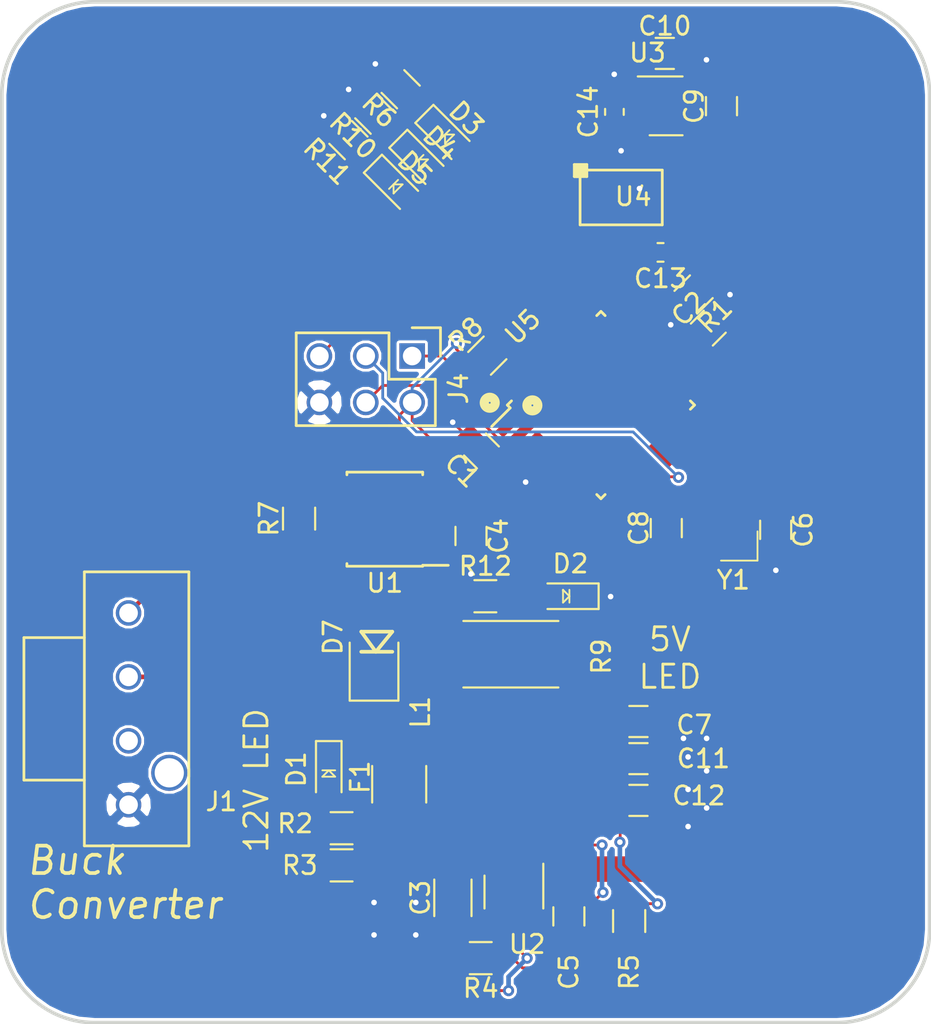
<source format=kicad_pcb>
(kicad_pcb (version 20171130) (host pcbnew 5.0.1-33cea8e~68~ubuntu18.04.1)

  (general
    (thickness 1.6)
    (drawings 11)
    (tracks 276)
    (zones 0)
    (modules 42)
    (nets 48)
  )

  (page A4)
  (layers
    (0 F.Cu signal)
    (31 B.Cu signal)
    (32 B.Adhes user)
    (33 F.Adhes user)
    (34 B.Paste user)
    (35 F.Paste user)
    (36 B.SilkS user)
    (37 F.SilkS user)
    (38 B.Mask user)
    (39 F.Mask user)
    (40 Dwgs.User user)
    (41 Cmts.User user)
    (42 Eco1.User user)
    (43 Eco2.User user)
    (44 Edge.Cuts user)
    (45 Margin user)
    (46 B.CrtYd user)
    (47 F.CrtYd user)
    (48 B.Fab user)
    (49 F.Fab user)
  )

  (setup
    (last_trace_width 0.1524)
    (user_trace_width 0.1524)
    (user_trace_width 0.254)
    (user_trace_width 0.508)
    (user_trace_width 0.762)
    (user_trace_width 0.8)
    (user_trace_width 1.016)
    (trace_clearance 0.1524)
    (zone_clearance 0.1524)
    (zone_45_only no)
    (trace_min 0.1524)
    (segment_width 0.2)
    (edge_width 0.2)
    (via_size 0.6096)
    (via_drill 0.3048)
    (via_min_size 0.4)
    (via_min_drill 0.3)
    (uvia_size 0.3)
    (uvia_drill 0.1)
    (uvias_allowed no)
    (uvia_min_size 0)
    (uvia_min_drill 0)
    (pcb_text_width 0.3)
    (pcb_text_size 1.5 1.5)
    (mod_edge_width 0.15)
    (mod_text_size 1 1)
    (mod_text_width 0.15)
    (pad_size 3.3 8.2)
    (pad_drill 0)
    (pad_to_mask_clearance 0.2)
    (solder_mask_min_width 0.25)
    (aux_axis_origin 0 0)
    (visible_elements FFFFEF7F)
    (pcbplotparams
      (layerselection 0x010fc_ffffffff)
      (usegerberextensions true)
      (usegerberattributes false)
      (usegerberadvancedattributes false)
      (creategerberjobfile false)
      (excludeedgelayer true)
      (linewidth 0.100000)
      (plotframeref false)
      (viasonmask false)
      (mode 1)
      (useauxorigin false)
      (hpglpennumber 1)
      (hpglpenspeed 20)
      (hpglpendiameter 15.000000)
      (psnegative false)
      (psa4output false)
      (plotreference true)
      (plotvalue true)
      (plotinvisibletext false)
      (padsonsilk false)
      (subtractmaskfromsilk false)
      (outputformat 1)
      (mirror false)
      (drillshape 0)
      (scaleselection 1)
      (outputdirectory "Gerb/"))
  )

  (net 0 "")
  (net 1 GND)
  (net 2 VCC)
  (net 3 "Net-(D2-Pad2)")
  (net 4 /MISO)
  (net 5 /RXCAN)
  (net 6 /SCK)
  (net 7 /12V_Fused)
  (net 8 "Net-(C5-Pad1)")
  (net 9 "Net-(C5-Pad2)")
  (net 10 "Net-(C11-Pad1)")
  (net 11 "Net-(D1-Pad2)")
  (net 12 "Net-(R3-Pad2)")
  (net 13 "Net-(R4-Pad1)")
  (net 14 /12V)
  (net 15 "Net-(C2-Pad1)")
  (net 16 "Net-(C6-Pad1)")
  (net 17 "Net-(C8-Pad1)")
  (net 18 /3.3V)
  (net 19 /PLED1)
  (net 20 "Net-(D3-Pad1)")
  (net 21 "Net-(D4-Pad1)")
  (net 22 /PLED2)
  (net 23 /PLED3)
  (net 24 "Net-(D5-Pad1)")
  (net 25 /CANL)
  (net 26 /CANH)
  (net 27 /MOSI)
  (net 28 /RESET)
  (net 29 /TXCAN)
  (net 30 "Net-(U1-Pad5)")
  (net 31 "Net-(U5-Pad3)")
  (net 32 /MISO2)
  (net 33 /MOSI2)
  (net 34 "Net-(U5-Pad13)")
  (net 35 "Net-(U5-Pad14)")
  (net 36 "Net-(U5-Pad15)")
  (net 37 /CS_ACCEL)
  (net 38 /INT1)
  (net 39 /INT2)
  (net 40 "Net-(U5-Pad21)")
  (net 41 /INT3)
  (net 42 /CS_GYRO)
  (net 43 /INT4)
  (net 44 /SCK2)
  (net 45 "Net-(U5-Pad29)")
  (net 46 "Net-(U5-Pad30)")
  (net 47 "Net-(U5-Pad32)")

  (net_class Default "This is the default net class."
    (clearance 0.1524)
    (trace_width 0.254)
    (via_dia 0.6096)
    (via_drill 0.3048)
    (uvia_dia 0.3)
    (uvia_drill 0.1)
    (add_net /12V)
    (add_net /12V_Fused)
    (add_net /3.3V)
    (add_net /CANH)
    (add_net /CANL)
    (add_net /CS_ACCEL)
    (add_net /CS_GYRO)
    (add_net /INT1)
    (add_net /INT2)
    (add_net /INT3)
    (add_net /INT4)
    (add_net /MISO)
    (add_net /MISO2)
    (add_net /MOSI)
    (add_net /MOSI2)
    (add_net /PLED1)
    (add_net /PLED2)
    (add_net /PLED3)
    (add_net /RESET)
    (add_net /RXCAN)
    (add_net /SCK)
    (add_net /SCK2)
    (add_net /TXCAN)
    (add_net GND)
    (add_net "Net-(C11-Pad1)")
    (add_net "Net-(C2-Pad1)")
    (add_net "Net-(C5-Pad1)")
    (add_net "Net-(C5-Pad2)")
    (add_net "Net-(C6-Pad1)")
    (add_net "Net-(C8-Pad1)")
    (add_net "Net-(D1-Pad2)")
    (add_net "Net-(D2-Pad2)")
    (add_net "Net-(D3-Pad1)")
    (add_net "Net-(D4-Pad1)")
    (add_net "Net-(D5-Pad1)")
    (add_net "Net-(R3-Pad2)")
    (add_net "Net-(R4-Pad1)")
    (add_net "Net-(U1-Pad5)")
    (add_net "Net-(U5-Pad13)")
    (add_net "Net-(U5-Pad14)")
    (add_net "Net-(U5-Pad15)")
    (add_net "Net-(U5-Pad21)")
    (add_net "Net-(U5-Pad29)")
    (add_net "Net-(U5-Pad3)")
    (add_net "Net-(U5-Pad30)")
    (add_net "Net-(U5-Pad32)")
    (add_net VCC)
  )

  (module footprints:Pin_Header_Straight_2x03 (layer F.Cu) (tedit 5BB5911C) (tstamp 5C08AAC4)
    (at 138.03884 90.51036 270)
    (descr "Through hole pin header")
    (tags "pin header")
    (path /59E10F9E)
    (fp_text reference J4 (at 1.778 -2.54 270) (layer F.SilkS)
      (effects (font (size 1 1) (thickness 0.15)))
    )
    (fp_text value CONN_02X03 (at 1.27 7.874 270) (layer F.Fab) hide
      (effects (font (size 1 1) (thickness 0.15)))
    )
    (fp_line (start -1.27 1.27) (end -1.27 6.35) (layer F.SilkS) (width 0.15))
    (fp_line (start -1.55 -1.55) (end 0 -1.55) (layer F.SilkS) (width 0.15))
    (fp_line (start -1.75 -1.75) (end -1.75 6.85) (layer F.CrtYd) (width 0.05))
    (fp_line (start 4.3 -1.75) (end 4.3 6.85) (layer F.CrtYd) (width 0.05))
    (fp_line (start -1.75 -1.75) (end 4.3 -1.75) (layer F.CrtYd) (width 0.05))
    (fp_line (start -1.75 6.85) (end 4.3 6.85) (layer F.CrtYd) (width 0.05))
    (fp_line (start 1.27 -1.27) (end 1.27 1.27) (layer F.SilkS) (width 0.15))
    (fp_line (start 1.27 1.27) (end -1.27 1.27) (layer F.SilkS) (width 0.15))
    (fp_line (start -1.27 6.35) (end 3.81 6.35) (layer F.SilkS) (width 0.15))
    (fp_line (start 3.81 6.35) (end 3.81 1.27) (layer F.SilkS) (width 0.15))
    (fp_line (start -1.55 -1.55) (end -1.55 0) (layer F.SilkS) (width 0.15))
    (fp_line (start 3.81 -1.27) (end 1.27 -1.27) (layer F.SilkS) (width 0.15))
    (fp_line (start 3.81 1.27) (end 3.81 -1.27) (layer F.SilkS) (width 0.15))
    (pad 1 thru_hole rect (at 0 0 270) (size 1.4 1.4) (drill 1.016) (layers *.Cu *.Mask)
      (net 4 /MISO))
    (pad 2 thru_hole circle (at 2.54 0 270) (size 1.4 1.4) (drill 1.016) (layers *.Cu *.Mask)
      (net 2 VCC))
    (pad 3 thru_hole circle (at 0 2.54 270) (size 1.4 1.4) (drill 1.016) (layers *.Cu *.Mask)
      (net 6 /SCK))
    (pad 4 thru_hole circle (at 2.54 2.54 270) (size 1.4 1.4) (drill 1.016) (layers *.Cu *.Mask)
      (net 27 /MOSI))
    (pad 5 thru_hole circle (at 0 5.08 270) (size 1.4 1.4) (drill 1.016) (layers *.Cu *.Mask)
      (net 28 /RESET))
    (pad 6 thru_hole circle (at 2.54 5.08 270) (size 1.4 1.4) (drill 1.016) (layers *.Cu *.Mask)
      (net 1 GND))
    (model Pin_Headers.3dshapes/Pin_Header_Straight_2x03.wrl
      (offset (xyz 1.269999980926514 -2.539999961853027 0))
      (scale (xyz 1 1 1))
      (rotate (xyz 0 0 90))
    )
  )

  (module footprints:Ultrafit_4 (layer F.Cu) (tedit 59F24F6F) (tstamp 5C08AAAD)
    (at 122.50928 109.82452)
    (path /5BDEC4A6)
    (fp_text reference J1 (at 5.08 5.08) (layer F.SilkS)
      (effects (font (size 1 1) (thickness 0.15)))
    )
    (fp_text value UF_4_VT (at 4.572 0.508 -270) (layer F.Fab) hide
      (effects (font (size 1 1) (thickness 0.15)))
    )
    (fp_line (start -5.588 -3.81) (end -2.54 -3.81) (layer F.Fab) (width 0.15))
    (fp_line (start -2.54 -3.81) (end -2.54 3.81) (layer F.Fab) (width 0.15))
    (fp_line (start -2.54 3.81) (end -5.588 3.81) (layer F.Fab) (width 0.15))
    (fp_line (start -5.588 3.81) (end -5.588 -3.81) (layer F.Fab) (width 0.15))
    (fp_text user "6.55mm Clearance" (at -4.07 0 -270) (layer F.Fab)
      (effects (font (size 0.5 0.5) (thickness 0.08)))
    )
    (fp_line (start -2.42 -3.9) (end -5.73 -3.9) (layer F.SilkS) (width 0.15))
    (fp_line (start -5.73 -3.9) (end -5.73 3.9) (layer F.SilkS) (width 0.15))
    (fp_line (start -5.73 3.9) (end -2.42 3.9) (layer F.SilkS) (width 0.15))
    (fp_line (start -2.42 7.5) (end 3.302 7.5) (layer F.SilkS) (width 0.15))
    (fp_line (start -2.42 -7.5) (end 3.302 -7.5) (layer F.SilkS) (width 0.15))
    (fp_line (start -2.42 7.5) (end -2.42 -7.5) (layer F.SilkS) (width 0.15))
    (fp_line (start 3.302 7.5) (end 3.302 -7.5) (layer F.SilkS) (width 0.15))
    (pad 2 thru_hole circle (at 0 1.75) (size 1.397 1.397) (drill 1.02) (layers *.Cu *.Mask)
      (net 14 /12V))
    (pad 1 thru_hole circle (at 0 5.25) (size 1.397 1.397) (drill 1.02) (layers *.Cu *.Mask)
      (net 1 GND))
    (pad "" thru_hole circle (at 2.23 3.5) (size 1.981 1.981) (drill 1.6) (layers *.Cu *.Mask))
    (pad 3 thru_hole circle (at 0 -1.75 180) (size 1.397 1.397) (drill 1.02) (layers *.Cu *.Mask)
      (net 26 /CANH))
    (pad 4 thru_hole circle (at 0 -5.25 180) (size 1.397 1.397) (drill 1.02) (layers *.Cu *.Mask)
      (net 25 /CANL))
  )

  (module footprints:R_0805_OEM (layer F.Cu) (tedit 5B8D4D25) (tstamp 5B717343)
    (at 134.17276 116.35896 180)
    (descr "Resistor SMD 0805, reflow soldering, Vishay (see dcrcw.pdf)")
    (tags "resistor 0805")
    (path /59E0432B)
    (attr smd)
    (fp_text reference R2 (at 2.54 0.254 180) (layer F.SilkS)
      (effects (font (size 1 1) (thickness 0.15)))
    )
    (fp_text value R_1k (at 0 1.75 180) (layer F.Fab) hide
      (effects (font (size 1 1) (thickness 0.15)))
    )
    (fp_line (start -1 0.62) (end -1 -0.62) (layer F.Fab) (width 0.1))
    (fp_line (start 1 0.62) (end -1 0.62) (layer F.Fab) (width 0.1))
    (fp_line (start 1 -0.62) (end 1 0.62) (layer F.Fab) (width 0.1))
    (fp_line (start -1 -0.62) (end 1 -0.62) (layer F.Fab) (width 0.1))
    (fp_line (start 0.6 0.88) (end -0.6 0.88) (layer F.SilkS) (width 0.12))
    (fp_line (start -0.6 -0.88) (end 0.6 -0.88) (layer F.SilkS) (width 0.12))
    (fp_line (start -1.55 -0.9) (end 1.55 -0.9) (layer F.CrtYd) (width 0.05))
    (fp_line (start -1.55 -0.9) (end -1.55 0.9) (layer F.CrtYd) (width 0.05))
    (fp_line (start 1.55 0.9) (end 1.55 -0.9) (layer F.CrtYd) (width 0.05))
    (fp_line (start 1.55 0.9) (end -1.55 0.9) (layer F.CrtYd) (width 0.05))
    (pad 1 smd rect (at -0.95 0 180) (size 0.7 1.3) (layers F.Cu F.Paste F.Mask)
      (net 7 /12V_Fused))
    (pad 2 smd rect (at 0.95 0 180) (size 0.7 1.3) (layers F.Cu F.Paste F.Mask)
      (net 11 "Net-(D1-Pad2)"))
    (model "/home/josh/Formula/OEM_Preferred_Parts/3DModels/WRL Files/res0805.wrl"
      (at (xyz 0 0 0))
      (scale (xyz 1 1 1))
      (rotate (xyz 0 0 0))
    )
  )

  (module footprints:4.7uH_Inductor_OEM (layer F.Cu) (tedit 5B8C0445) (tstamp 5B71730C)
    (at 143.63426 113.24746 90)
    (path /59E04875)
    (fp_text reference L1 (at 3.2385 -5.1435 90) (layer F.SilkS)
      (effects (font (size 1 1) (thickness 0.15)))
    )
    (fp_text value L_4.7uH (at 0 -5.08 90) (layer F.Fab) hide
      (effects (font (size 1 1) (thickness 0.15)))
    )
    (pad 1 smd rect (at -2.35 0 90) (size 3.3 8.2) (layers F.Cu F.Paste F.Mask)
      (net 9 "Net-(C5-Pad2)"))
    (pad 2 smd rect (at 2.35 0 90) (size 3.3 8.2) (layers F.Cu F.Paste F.Mask)
      (net 10 "Net-(C11-Pad1)"))
  )

  (module footprints:Fuse_1210 (layer F.Cu) (tedit 5B8D4D2C) (tstamp 5B7172CD)
    (at 137.32826 113.95146 270)
    (descr "Resistor SMD 1210, reflow soldering, Vishay (see dcrcw.pdf)")
    (tags "resistor 1210")
    (path /59E0A5CF)
    (attr smd)
    (fp_text reference F1 (at -0.3865 2.1395 90) (layer F.SilkS)
      (effects (font (size 1 1) (thickness 0.15)))
    )
    (fp_text value 500mA (at 0 2.4 270) (layer F.Fab) hide
      (effects (font (size 1 1) (thickness 0.15)))
    )
    (fp_line (start -1.6 1.25) (end -1.6 -1.25) (layer F.Fab) (width 0.1))
    (fp_line (start 1.6 1.25) (end -1.6 1.25) (layer F.Fab) (width 0.1))
    (fp_line (start 1.6 -1.25) (end 1.6 1.25) (layer F.Fab) (width 0.1))
    (fp_line (start -1.6 -1.25) (end 1.6 -1.25) (layer F.Fab) (width 0.1))
    (fp_line (start 1 1.48) (end -1 1.48) (layer F.SilkS) (width 0.12))
    (fp_line (start -1 -1.48) (end 1 -1.48) (layer F.SilkS) (width 0.12))
    (fp_line (start -2.15 -1.5) (end 2.15 -1.5) (layer F.CrtYd) (width 0.05))
    (fp_line (start -2.15 -1.5) (end -2.15 1.5) (layer F.CrtYd) (width 0.05))
    (fp_line (start 2.15 1.5) (end 2.15 -1.5) (layer F.CrtYd) (width 0.05))
    (fp_line (start 2.15 1.5) (end -2.15 1.5) (layer F.CrtYd) (width 0.05))
    (pad 1 smd rect (at -1.45 0 270) (size 0.9 2.5) (layers F.Cu F.Paste F.Mask)
      (net 14 /12V))
    (pad 2 smd rect (at 1.45 0 270) (size 0.9 2.5) (layers F.Cu F.Paste F.Mask)
      (net 7 /12V_Fused))
    (model /home/josh/Formula/OEM_Preferred_Parts/3DModels/Fuse_1210_OEM/Fuse1210.wrl
      (at (xyz 0 0 0))
      (scale (xyz 1 1 1))
      (rotate (xyz 0 0 0))
    )
  )

  (module footprints:LED_0805_OEM (layer F.Cu) (tedit 5B8D4D19) (tstamp 5B717259)
    (at 146.44876 103.65896 180)
    (descr "LED 0805 smd package")
    (tags "LED led 0805 SMD smd SMT smt smdled SMDLED smtled SMTLED")
    (path /59E0483A)
    (attr smd)
    (fp_text reference D2 (at -0.254 1.778) (layer F.SilkS)
      (effects (font (size 1 1) (thickness 0.15)))
    )
    (fp_text value LED_0805 (at 0.508 2.032 180) (layer F.Fab) hide
      (effects (font (size 1 1) (thickness 0.15)))
    )
    (fp_line (start -0.2 0.35) (end -0.2 0) (layer F.SilkS) (width 0.1))
    (fp_line (start -0.2 0) (end -0.2 -0.35) (layer F.SilkS) (width 0.1))
    (fp_line (start 0.15 0.35) (end -0.2 0) (layer F.SilkS) (width 0.1))
    (fp_line (start 0.15 0.3) (end 0.15 0.35) (layer F.SilkS) (width 0.1))
    (fp_line (start 0.15 0.35) (end 0.15 0.3) (layer F.SilkS) (width 0.1))
    (fp_line (start 0.15 -0.35) (end 0.15 0.3) (layer F.SilkS) (width 0.1))
    (fp_line (start 0.1 -0.3) (end 0.15 -0.35) (layer F.SilkS) (width 0.1))
    (fp_line (start -0.2 0) (end 0.1 -0.3) (layer F.SilkS) (width 0.1))
    (fp_line (start -1.8 -0.7) (end -1.8 0.7) (layer F.SilkS) (width 0.12))
    (fp_line (start 1 0.6) (end -1 0.6) (layer F.Fab) (width 0.1))
    (fp_line (start 1 -0.6) (end 1 0.6) (layer F.Fab) (width 0.1))
    (fp_line (start -1 -0.6) (end 1 -0.6) (layer F.Fab) (width 0.1))
    (fp_line (start -1 0.6) (end -1 -0.6) (layer F.Fab) (width 0.1))
    (fp_line (start -1.8 0.7) (end 1 0.7) (layer F.SilkS) (width 0.12))
    (fp_line (start -1.8 -0.7) (end 1 -0.7) (layer F.SilkS) (width 0.12))
    (fp_line (start 1.95 -0.85) (end 1.95 0.85) (layer F.CrtYd) (width 0.05))
    (fp_line (start 1.95 0.85) (end -1.95 0.85) (layer F.CrtYd) (width 0.05))
    (fp_line (start -1.95 0.85) (end -1.95 -0.85) (layer F.CrtYd) (width 0.05))
    (fp_line (start -1.95 -0.85) (end 1.95 -0.85) (layer F.CrtYd) (width 0.05))
    (pad 2 smd rect (at 1.1 0) (size 1.2 1.2) (layers F.Cu F.Paste F.Mask)
      (net 3 "Net-(D2-Pad2)"))
    (pad 1 smd rect (at -1.1 0) (size 1.2 1.2) (layers F.Cu F.Paste F.Mask)
      (net 1 GND))
    (model "/home/josh/Formula/OEM_Preferred_Parts/3DModels/LED_0805/LED 0805 Base GREEN001_sp.wrl"
      (at (xyz 0 0 0))
      (scale (xyz 1 1 1))
      (rotate (xyz 0 0 180))
    )
  )

  (module footprints:R_2512_OEM (layer F.Cu) (tedit 5B8D4D11) (tstamp 5B8BED94)
    (at 143.44376 106.83396)
    (descr "Resistor SMD 2512, reflow soldering, Vishay (see dcrcw.pdf)")
    (tags "resistor 2512")
    (path /59E0444E)
    (attr smd)
    (fp_text reference R9 (at 4.953 0.127 90) (layer F.SilkS)
      (effects (font (size 1 1) (thickness 0.15)))
    )
    (fp_text value R_0_Jumper (at 0 2.75) (layer F.Fab) hide
      (effects (font (size 1 1) (thickness 0.15)))
    )
    (fp_line (start -3.15 1.6) (end -3.15 -1.6) (layer F.Fab) (width 0.1))
    (fp_line (start 3.15 1.6) (end -3.15 1.6) (layer F.Fab) (width 0.1))
    (fp_line (start 3.15 -1.6) (end 3.15 1.6) (layer F.Fab) (width 0.1))
    (fp_line (start -3.15 -1.6) (end 3.15 -1.6) (layer F.Fab) (width 0.1))
    (fp_line (start 2.6 1.82) (end -2.6 1.82) (layer F.SilkS) (width 0.12))
    (fp_line (start -2.6 -1.82) (end 2.6 -1.82) (layer F.SilkS) (width 0.12))
    (fp_line (start -3.85 -1.85) (end 3.85 -1.85) (layer F.CrtYd) (width 0.05))
    (fp_line (start -3.85 -1.85) (end -3.85 1.85) (layer F.CrtYd) (width 0.05))
    (fp_line (start 3.85 1.85) (end 3.85 -1.85) (layer F.CrtYd) (width 0.05))
    (fp_line (start 3.85 1.85) (end -3.85 1.85) (layer F.CrtYd) (width 0.05))
    (pad 1 smd rect (at -3.1 0) (size 1 3.2) (layers F.Cu F.Paste F.Mask)
      (net 2 VCC))
    (pad 2 smd rect (at 3.1 0) (size 1 3.2) (layers F.Cu F.Paste F.Mask)
      (net 10 "Net-(C11-Pad1)"))
    (model ${KISYS3DMOD}/Resistors_SMD.3dshapes/R_2512.wrl
      (at (xyz 0 0 0))
      (scale (xyz 1 1 1))
      (rotate (xyz 0 0 0))
    )
  )

  (module footprints:C_0805_OEM (layer F.Cu) (tedit 5B8C043E) (tstamp 5B8BECC9)
    (at 150.42876 110.51696)
    (descr "Capacitor SMD 0805, reflow soldering, AVX (see smccp.pdf)")
    (tags "capacitor 0805")
    (path /59E0494E)
    (attr smd)
    (fp_text reference C7 (at 3.052 0.183) (layer F.SilkS)
      (effects (font (size 1 1) (thickness 0.15)))
    )
    (fp_text value C_47uF (at 0 1.75) (layer F.Fab) hide
      (effects (font (size 1 1) (thickness 0.15)))
    )
    (fp_line (start -1 0.62) (end -1 -0.62) (layer F.Fab) (width 0.1))
    (fp_line (start 1 0.62) (end -1 0.62) (layer F.Fab) (width 0.1))
    (fp_line (start 1 -0.62) (end 1 0.62) (layer F.Fab) (width 0.1))
    (fp_line (start -1 -0.62) (end 1 -0.62) (layer F.Fab) (width 0.1))
    (fp_line (start 0.5 -0.85) (end -0.5 -0.85) (layer F.SilkS) (width 0.12))
    (fp_line (start -0.5 0.85) (end 0.5 0.85) (layer F.SilkS) (width 0.12))
    (fp_line (start -1.75 -0.88) (end 1.75 -0.88) (layer F.CrtYd) (width 0.05))
    (fp_line (start -1.75 -0.88) (end -1.75 0.87) (layer F.CrtYd) (width 0.05))
    (fp_line (start 1.75 0.87) (end 1.75 -0.88) (layer F.CrtYd) (width 0.05))
    (fp_line (start 1.75 0.87) (end -1.75 0.87) (layer F.CrtYd) (width 0.05))
    (pad 1 smd rect (at -1 0) (size 1 1.25) (layers F.Cu F.Paste F.Mask)
      (net 10 "Net-(C11-Pad1)"))
    (pad 2 smd rect (at 1 0) (size 1 1.25) (layers F.Cu F.Paste F.Mask)
      (net 1 GND))
    (model /home/josh/Formula/OEM_Preferred_Parts/3DModels/C_0805_OEM/C_0805.wrl
      (at (xyz 0 0 0))
      (scale (xyz 1 1 1))
      (rotate (xyz 0 0 0))
    )
  )

  (module footprints:SOT-23-6_OEM (layer F.Cu) (tedit 5B8D4D41) (tstamp 5B71743C)
    (at 143.60886 119.85146 270)
    (descr "6-pin SOT-23 package")
    (tags SOT-23-6)
    (path /59E04993)
    (attr smd)
    (fp_text reference U2 (at 2.8575 -0.7239) (layer F.SilkS)
      (effects (font (size 1 1) (thickness 0.15)))
    )
    (fp_text value TPS561201 (at 0 2.9 270) (layer F.Fab) hide
      (effects (font (size 1 1) (thickness 0.15)))
    )
    (fp_line (start -0.9 1.61) (end 0.9 1.61) (layer F.SilkS) (width 0.12))
    (fp_line (start 0.9 -1.61) (end -1.55 -1.61) (layer F.SilkS) (width 0.12))
    (fp_line (start 1.9 -1.8) (end -1.9 -1.8) (layer F.CrtYd) (width 0.05))
    (fp_line (start 1.9 1.8) (end 1.9 -1.8) (layer F.CrtYd) (width 0.05))
    (fp_line (start -1.9 1.8) (end 1.9 1.8) (layer F.CrtYd) (width 0.05))
    (fp_line (start -1.9 -1.8) (end -1.9 1.8) (layer F.CrtYd) (width 0.05))
    (fp_line (start -0.9 -0.9) (end -0.25 -1.55) (layer F.Fab) (width 0.1))
    (fp_line (start 0.9 -1.55) (end -0.25 -1.55) (layer F.Fab) (width 0.1))
    (fp_line (start -0.9 -0.9) (end -0.9 1.55) (layer F.Fab) (width 0.1))
    (fp_line (start 0.9 1.55) (end -0.9 1.55) (layer F.Fab) (width 0.1))
    (fp_line (start 0.9 -1.55) (end 0.9 1.55) (layer F.Fab) (width 0.1))
    (pad 1 smd rect (at -1.1 -0.95 270) (size 1.06 0.65) (layers F.Cu F.Paste F.Mask)
      (net 1 GND))
    (pad 2 smd rect (at -1.1 0 270) (size 1.06 0.65) (layers F.Cu F.Paste F.Mask)
      (net 9 "Net-(C5-Pad2)"))
    (pad 3 smd rect (at -1.1 0.95 270) (size 1.06 0.65) (layers F.Cu F.Paste F.Mask)
      (net 7 /12V_Fused))
    (pad 4 smd rect (at 1.1 0.95 270) (size 1.06 0.65) (layers F.Cu F.Paste F.Mask)
      (net 13 "Net-(R4-Pad1)"))
    (pad 6 smd rect (at 1.1 -0.95 270) (size 1.06 0.65) (layers F.Cu F.Paste F.Mask)
      (net 8 "Net-(C5-Pad1)"))
    (pad 5 smd rect (at 1.1 0 270) (size 1.06 0.65) (layers F.Cu F.Paste F.Mask)
      (net 12 "Net-(R3-Pad2)"))
    (model ${KISYS3DMOD}/TO_SOT_Packages_SMD.3dshapes/SOT-23-6.wrl
      (at (xyz 0 0 0))
      (scale (xyz 1 1 1))
      (rotate (xyz 0 0 0))
    )
  )

  (module footprints:C_1206_OEM (layer F.Cu) (tedit 5B8D4D32) (tstamp 5B8BECBA)
    (at 140.26876 120.16896 270)
    (descr "Capacitor SMD 1206, reflow soldering, AVX (see smccp.pdf)")
    (tags "capacitor 1206")
    (path /59E04907)
    (attr smd)
    (fp_text reference C3 (at 0 1.778 270) (layer F.SilkS)
      (effects (font (size 1 1) (thickness 0.15)))
    )
    (fp_text value C_22uF (at 0 2 270) (layer F.Fab) hide
      (effects (font (size 1 1) (thickness 0.15)))
    )
    (fp_line (start -1.6 0.8) (end -1.6 -0.8) (layer F.Fab) (width 0.1))
    (fp_line (start 1.6 0.8) (end -1.6 0.8) (layer F.Fab) (width 0.1))
    (fp_line (start 1.6 -0.8) (end 1.6 0.8) (layer F.Fab) (width 0.1))
    (fp_line (start -1.6 -0.8) (end 1.6 -0.8) (layer F.Fab) (width 0.1))
    (fp_line (start 1 -1.02) (end -1 -1.02) (layer F.SilkS) (width 0.12))
    (fp_line (start -1 1.02) (end 1 1.02) (layer F.SilkS) (width 0.12))
    (fp_line (start -2.25 -1.05) (end 2.25 -1.05) (layer F.CrtYd) (width 0.05))
    (fp_line (start -2.25 -1.05) (end -2.25 1.05) (layer F.CrtYd) (width 0.05))
    (fp_line (start 2.25 1.05) (end 2.25 -1.05) (layer F.CrtYd) (width 0.05))
    (fp_line (start 2.25 1.05) (end -2.25 1.05) (layer F.CrtYd) (width 0.05))
    (pad 1 smd rect (at -1.5 0 270) (size 1 1.6) (layers F.Cu F.Paste F.Mask)
      (net 7 /12V_Fused))
    (pad 2 smd rect (at 1.5 0 270) (size 1 1.6) (layers F.Cu F.Paste F.Mask)
      (net 1 GND))
    (model Capacitors_SMD.3dshapes/C_1206.wrl
      (at (xyz 0 0 0))
      (scale (xyz 1 1 1))
      (rotate (xyz 0 0 0))
    )
  )

  (module footprints:R_0805_OEM (layer F.Cu) (tedit 59F25131) (tstamp 5B7173E3)
    (at 142.04676 103.65896)
    (descr "Resistor SMD 0805, reflow soldering, Vishay (see dcrcw.pdf)")
    (tags "resistor 0805")
    (path /59E04401)
    (attr smd)
    (fp_text reference R12 (at 0 -1.65) (layer F.SilkS)
      (effects (font (size 1 1) (thickness 0.15)))
    )
    (fp_text value R_200 (at 0 1.75) (layer F.Fab) hide
      (effects (font (size 1 1) (thickness 0.15)))
    )
    (fp_line (start -1 0.62) (end -1 -0.62) (layer F.Fab) (width 0.1))
    (fp_line (start 1 0.62) (end -1 0.62) (layer F.Fab) (width 0.1))
    (fp_line (start 1 -0.62) (end 1 0.62) (layer F.Fab) (width 0.1))
    (fp_line (start -1 -0.62) (end 1 -0.62) (layer F.Fab) (width 0.1))
    (fp_line (start 0.6 0.88) (end -0.6 0.88) (layer F.SilkS) (width 0.12))
    (fp_line (start -0.6 -0.88) (end 0.6 -0.88) (layer F.SilkS) (width 0.12))
    (fp_line (start -1.55 -0.9) (end 1.55 -0.9) (layer F.CrtYd) (width 0.05))
    (fp_line (start -1.55 -0.9) (end -1.55 0.9) (layer F.CrtYd) (width 0.05))
    (fp_line (start 1.55 0.9) (end 1.55 -0.9) (layer F.CrtYd) (width 0.05))
    (fp_line (start 1.55 0.9) (end -1.55 0.9) (layer F.CrtYd) (width 0.05))
    (pad 1 smd rect (at -0.95 0) (size 0.7 1.3) (layers F.Cu F.Paste F.Mask)
      (net 2 VCC))
    (pad 2 smd rect (at 0.95 0) (size 0.7 1.3) (layers F.Cu F.Paste F.Mask)
      (net 3 "Net-(D2-Pad2)"))
    (model "/home/josh/Formula/OEM_Preferred_Parts/3DModels/WRL Files/res0805.wrl"
      (at (xyz 0 0 0))
      (scale (xyz 1 1 1))
      (rotate (xyz 0 0 0))
    )
  )

  (module footprints:R_0805_OEM (layer F.Cu) (tedit 59F25131) (tstamp 5B8BFC4E)
    (at 141.79276 123.47096 180)
    (descr "Resistor SMD 0805, reflow soldering, Vishay (see dcrcw.pdf)")
    (tags "resistor 0805")
    (path /59E042EA)
    (attr smd)
    (fp_text reference R4 (at 0 -1.65 180) (layer F.SilkS)
      (effects (font (size 1 1) (thickness 0.15)))
    )
    (fp_text value R_10k (at 0 1.75 180) (layer F.Fab) hide
      (effects (font (size 1 1) (thickness 0.15)))
    )
    (fp_line (start -1 0.62) (end -1 -0.62) (layer F.Fab) (width 0.1))
    (fp_line (start 1 0.62) (end -1 0.62) (layer F.Fab) (width 0.1))
    (fp_line (start 1 -0.62) (end 1 0.62) (layer F.Fab) (width 0.1))
    (fp_line (start -1 -0.62) (end 1 -0.62) (layer F.Fab) (width 0.1))
    (fp_line (start 0.6 0.88) (end -0.6 0.88) (layer F.SilkS) (width 0.12))
    (fp_line (start -0.6 -0.88) (end 0.6 -0.88) (layer F.SilkS) (width 0.12))
    (fp_line (start -1.55 -0.9) (end 1.55 -0.9) (layer F.CrtYd) (width 0.05))
    (fp_line (start -1.55 -0.9) (end -1.55 0.9) (layer F.CrtYd) (width 0.05))
    (fp_line (start 1.55 0.9) (end 1.55 -0.9) (layer F.CrtYd) (width 0.05))
    (fp_line (start 1.55 0.9) (end -1.55 0.9) (layer F.CrtYd) (width 0.05))
    (pad 1 smd rect (at -0.95 0 180) (size 0.7 1.3) (layers F.Cu F.Paste F.Mask)
      (net 13 "Net-(R4-Pad1)"))
    (pad 2 smd rect (at 0.95 0 180) (size 0.7 1.3) (layers F.Cu F.Paste F.Mask)
      (net 1 GND))
    (model "/home/josh/Formula/OEM_Preferred_Parts/3DModels/WRL Files/res0805.wrl"
      (at (xyz 0 0 0))
      (scale (xyz 1 1 1))
      (rotate (xyz 0 0 0))
    )
  )

  (module footprints:R_0805_OEM (layer F.Cu) (tedit 5B8D4D48) (tstamp 5B8BFC5E)
    (at 149.92076 121.43896 90)
    (descr "Resistor SMD 0805, reflow soldering, Vishay (see dcrcw.pdf)")
    (tags "resistor 0805")
    (path /59E0438C)
    (attr smd)
    (fp_text reference R5 (at -2.794 0 90) (layer F.SilkS)
      (effects (font (size 1 1) (thickness 0.15)))
    )
    (fp_text value R_51.1k (at 0 1.75 90) (layer F.Fab) hide
      (effects (font (size 1 1) (thickness 0.15)))
    )
    (fp_line (start -1 0.62) (end -1 -0.62) (layer F.Fab) (width 0.1))
    (fp_line (start 1 0.62) (end -1 0.62) (layer F.Fab) (width 0.1))
    (fp_line (start 1 -0.62) (end 1 0.62) (layer F.Fab) (width 0.1))
    (fp_line (start -1 -0.62) (end 1 -0.62) (layer F.Fab) (width 0.1))
    (fp_line (start 0.6 0.88) (end -0.6 0.88) (layer F.SilkS) (width 0.12))
    (fp_line (start -0.6 -0.88) (end 0.6 -0.88) (layer F.SilkS) (width 0.12))
    (fp_line (start -1.55 -0.9) (end 1.55 -0.9) (layer F.CrtYd) (width 0.05))
    (fp_line (start -1.55 -0.9) (end -1.55 0.9) (layer F.CrtYd) (width 0.05))
    (fp_line (start 1.55 0.9) (end 1.55 -0.9) (layer F.CrtYd) (width 0.05))
    (fp_line (start 1.55 0.9) (end -1.55 0.9) (layer F.CrtYd) (width 0.05))
    (pad 1 smd rect (at -0.95 0 90) (size 0.7 1.3) (layers F.Cu F.Paste F.Mask)
      (net 13 "Net-(R4-Pad1)"))
    (pad 2 smd rect (at 0.95 0 90) (size 0.7 1.3) (layers F.Cu F.Paste F.Mask)
      (net 10 "Net-(C11-Pad1)"))
    (model "/home/josh/Formula/OEM_Preferred_Parts/3DModels/WRL Files/res0805.wrl"
      (at (xyz 0 0 0))
      (scale (xyz 1 1 1))
      (rotate (xyz 0 0 0))
    )
  )

  (module footprints:C_0805_OEM (layer F.Cu) (tedit 5B8C043A) (tstamp 5B7171DB)
    (at 150.42876 114.83496)
    (descr "Capacitor SMD 0805, reflow soldering, AVX (see smccp.pdf)")
    (tags "capacitor 0805")
    (path /5A79252F)
    (attr smd)
    (fp_text reference C12 (at 3.302 -0.254) (layer F.SilkS)
      (effects (font (size 1 1) (thickness 0.15)))
    )
    (fp_text value C_0.1uF (at 0 1.75) (layer F.Fab) hide
      (effects (font (size 1 1) (thickness 0.15)))
    )
    (fp_line (start -1 0.62) (end -1 -0.62) (layer F.Fab) (width 0.1))
    (fp_line (start 1 0.62) (end -1 0.62) (layer F.Fab) (width 0.1))
    (fp_line (start 1 -0.62) (end 1 0.62) (layer F.Fab) (width 0.1))
    (fp_line (start -1 -0.62) (end 1 -0.62) (layer F.Fab) (width 0.1))
    (fp_line (start 0.5 -0.85) (end -0.5 -0.85) (layer F.SilkS) (width 0.12))
    (fp_line (start -0.5 0.85) (end 0.5 0.85) (layer F.SilkS) (width 0.12))
    (fp_line (start -1.75 -0.88) (end 1.75 -0.88) (layer F.CrtYd) (width 0.05))
    (fp_line (start -1.75 -0.88) (end -1.75 0.87) (layer F.CrtYd) (width 0.05))
    (fp_line (start 1.75 0.87) (end 1.75 -0.88) (layer F.CrtYd) (width 0.05))
    (fp_line (start 1.75 0.87) (end -1.75 0.87) (layer F.CrtYd) (width 0.05))
    (pad 1 smd rect (at -1 0) (size 1 1.25) (layers F.Cu F.Paste F.Mask)
      (net 10 "Net-(C11-Pad1)"))
    (pad 2 smd rect (at 1 0) (size 1 1.25) (layers F.Cu F.Paste F.Mask)
      (net 1 GND))
    (model /home/josh/Formula/OEM_Preferred_Parts/3DModels/C_0805_OEM/C_0805.wrl
      (at (xyz 0 0 0))
      (scale (xyz 1 1 1))
      (rotate (xyz 0 0 0))
    )
  )

  (module footprints:C_0805_OEM (layer F.Cu) (tedit 5B8C0436) (tstamp 5B7171CB)
    (at 150.42876 112.54896)
    (descr "Capacitor SMD 0805, reflow soldering, AVX (see smccp.pdf)")
    (tags "capacitor 0805")
    (path /5A79269E)
    (attr smd)
    (fp_text reference C11 (at 3.556 0) (layer F.SilkS)
      (effects (font (size 1 1) (thickness 0.15)))
    )
    (fp_text value C_1uF (at 0 1.75) (layer F.Fab) hide
      (effects (font (size 1 1) (thickness 0.15)))
    )
    (fp_line (start -1 0.62) (end -1 -0.62) (layer F.Fab) (width 0.1))
    (fp_line (start 1 0.62) (end -1 0.62) (layer F.Fab) (width 0.1))
    (fp_line (start 1 -0.62) (end 1 0.62) (layer F.Fab) (width 0.1))
    (fp_line (start -1 -0.62) (end 1 -0.62) (layer F.Fab) (width 0.1))
    (fp_line (start 0.5 -0.85) (end -0.5 -0.85) (layer F.SilkS) (width 0.12))
    (fp_line (start -0.5 0.85) (end 0.5 0.85) (layer F.SilkS) (width 0.12))
    (fp_line (start -1.75 -0.88) (end 1.75 -0.88) (layer F.CrtYd) (width 0.05))
    (fp_line (start -1.75 -0.88) (end -1.75 0.87) (layer F.CrtYd) (width 0.05))
    (fp_line (start 1.75 0.87) (end 1.75 -0.88) (layer F.CrtYd) (width 0.05))
    (fp_line (start 1.75 0.87) (end -1.75 0.87) (layer F.CrtYd) (width 0.05))
    (pad 1 smd rect (at -1 0) (size 1 1.25) (layers F.Cu F.Paste F.Mask)
      (net 10 "Net-(C11-Pad1)"))
    (pad 2 smd rect (at 1 0) (size 1 1.25) (layers F.Cu F.Paste F.Mask)
      (net 1 GND))
    (model /home/josh/Formula/OEM_Preferred_Parts/3DModels/C_0805_OEM/C_0805.wrl
      (at (xyz 0 0 0))
      (scale (xyz 1 1 1))
      (rotate (xyz 0 0 0))
    )
  )

  (module footprints:C_0805_OEM (layer F.Cu) (tedit 5B8D4D44) (tstamp 5B71716B)
    (at 146.61876 121.18496 90)
    (descr "Capacitor SMD 0805, reflow soldering, AVX (see smccp.pdf)")
    (tags "capacitor 0805")
    (path /59E048C8)
    (attr smd)
    (fp_text reference C5 (at -3.048 0 90) (layer F.SilkS)
      (effects (font (size 1 1) (thickness 0.15)))
    )
    (fp_text value C_0.1uF (at 0 1.75 90) (layer F.Fab) hide
      (effects (font (size 1 1) (thickness 0.15)))
    )
    (fp_line (start -1 0.62) (end -1 -0.62) (layer F.Fab) (width 0.1))
    (fp_line (start 1 0.62) (end -1 0.62) (layer F.Fab) (width 0.1))
    (fp_line (start 1 -0.62) (end 1 0.62) (layer F.Fab) (width 0.1))
    (fp_line (start -1 -0.62) (end 1 -0.62) (layer F.Fab) (width 0.1))
    (fp_line (start 0.5 -0.85) (end -0.5 -0.85) (layer F.SilkS) (width 0.12))
    (fp_line (start -0.5 0.85) (end 0.5 0.85) (layer F.SilkS) (width 0.12))
    (fp_line (start -1.75 -0.88) (end 1.75 -0.88) (layer F.CrtYd) (width 0.05))
    (fp_line (start -1.75 -0.88) (end -1.75 0.87) (layer F.CrtYd) (width 0.05))
    (fp_line (start 1.75 0.87) (end 1.75 -0.88) (layer F.CrtYd) (width 0.05))
    (fp_line (start 1.75 0.87) (end -1.75 0.87) (layer F.CrtYd) (width 0.05))
    (pad 1 smd rect (at -1 0 90) (size 1 1.25) (layers F.Cu F.Paste F.Mask)
      (net 8 "Net-(C5-Pad1)"))
    (pad 2 smd rect (at 1 0 90) (size 1 1.25) (layers F.Cu F.Paste F.Mask)
      (net 9 "Net-(C5-Pad2)"))
    (model /home/josh/Formula/OEM_Preferred_Parts/3DModels/C_0805_OEM/C_0805.wrl
      (at (xyz 0 0 0))
      (scale (xyz 1 1 1))
      (rotate (xyz 0 0 0))
    )
  )

  (module footprints:LED_0805_OEM (layer F.Cu) (tedit 5B8D4D22) (tstamp 5B8BECF6)
    (at 133.47192 113.38832 270)
    (descr "LED 0805 smd package")
    (tags "LED led 0805 SMD smd SMT smt smdled SMDLED smtled SMTLED")
    (path /59E047E3)
    (attr smd)
    (fp_text reference D1 (at -0.254 1.778 270) (layer F.SilkS)
      (effects (font (size 1 1) (thickness 0.15)))
    )
    (fp_text value LED_0805 (at 0.508 2.032 270) (layer F.Fab) hide
      (effects (font (size 1 1) (thickness 0.15)))
    )
    (fp_line (start -0.2 0.35) (end -0.2 0) (layer F.SilkS) (width 0.1))
    (fp_line (start -0.2 0) (end -0.2 -0.35) (layer F.SilkS) (width 0.1))
    (fp_line (start 0.15 0.35) (end -0.2 0) (layer F.SilkS) (width 0.1))
    (fp_line (start 0.15 0.3) (end 0.15 0.35) (layer F.SilkS) (width 0.1))
    (fp_line (start 0.15 0.35) (end 0.15 0.3) (layer F.SilkS) (width 0.1))
    (fp_line (start 0.15 -0.35) (end 0.15 0.3) (layer F.SilkS) (width 0.1))
    (fp_line (start 0.1 -0.3) (end 0.15 -0.35) (layer F.SilkS) (width 0.1))
    (fp_line (start -0.2 0) (end 0.1 -0.3) (layer F.SilkS) (width 0.1))
    (fp_line (start -1.8 -0.7) (end -1.8 0.7) (layer F.SilkS) (width 0.12))
    (fp_line (start 1 0.6) (end -1 0.6) (layer F.Fab) (width 0.1))
    (fp_line (start 1 -0.6) (end 1 0.6) (layer F.Fab) (width 0.1))
    (fp_line (start -1 -0.6) (end 1 -0.6) (layer F.Fab) (width 0.1))
    (fp_line (start -1 0.6) (end -1 -0.6) (layer F.Fab) (width 0.1))
    (fp_line (start -1.8 0.7) (end 1 0.7) (layer F.SilkS) (width 0.12))
    (fp_line (start -1.8 -0.7) (end 1 -0.7) (layer F.SilkS) (width 0.12))
    (fp_line (start 1.95 -0.85) (end 1.95 0.85) (layer F.CrtYd) (width 0.05))
    (fp_line (start 1.95 0.85) (end -1.95 0.85) (layer F.CrtYd) (width 0.05))
    (fp_line (start -1.95 0.85) (end -1.95 -0.85) (layer F.CrtYd) (width 0.05))
    (fp_line (start -1.95 -0.85) (end 1.95 -0.85) (layer F.CrtYd) (width 0.05))
    (pad 2 smd rect (at 1.1 0 90) (size 1.2 1.2) (layers F.Cu F.Paste F.Mask)
      (net 11 "Net-(D1-Pad2)"))
    (pad 1 smd rect (at -1.1 0 90) (size 1.2 1.2) (layers F.Cu F.Paste F.Mask)
      (net 1 GND))
    (model "${LOCAL_DIR}/OEM_Preferred_Parts/3DModels/LED_0805/LED 0805 Base GREEN001_sp.wrl"
      (at (xyz 0 0 0))
      (scale (xyz 1 1 1))
      (rotate (xyz 0 0 180))
    )
  )

  (module footprints:DO-214AA (layer F.Cu) (tedit 5A59FDFB) (tstamp 5B8BED22)
    (at 135.95076 106.19896 90)
    (descr "http://www.diodes.com/datasheets/ap02001.pdf p.144")
    (tags "Diode SOD523")
    (path /59F253C2)
    (attr smd)
    (fp_text reference D7 (at 0.3 -2.25 90) (layer F.SilkS)
      (effects (font (size 1 1) (thickness 0.15)))
    )
    (fp_text value D_Zener_18V (at 0 2.286 90) (layer F.Fab) hide
      (effects (font (size 1 1) (thickness 0.15)))
    )
    (fp_line (start 0.6 1) (end -0.5 0.1) (layer F.SilkS) (width 0.2))
    (fp_line (start 0.6 -0.7) (end 0.6 1) (layer F.SilkS) (width 0.2))
    (fp_line (start -0.5 0.1) (end 0.6 -0.7) (layer F.SilkS) (width 0.2))
    (fp_line (start -0.5 -0.7) (end -0.5 1) (layer F.SilkS) (width 0.2))
    (fp_line (start -3.175 -1.3335) (end -3.175 1.3335) (layer F.SilkS) (width 0.12))
    (fp_line (start 3.302 -1.4605) (end 3.302 1.4605) (layer F.CrtYd) (width 0.05))
    (fp_line (start -3.302 -1.4605) (end 3.302 -1.4605) (layer F.CrtYd) (width 0.05))
    (fp_line (start -3.302 -1.4605) (end -3.302 1.4605) (layer F.CrtYd) (width 0.05))
    (fp_line (start -3.302 1.4605) (end 3.302 1.4605) (layer F.CrtYd) (width 0.05))
    (fp_line (start 2.3749 -1.9685) (end 2.3749 1.9685) (layer F.Fab) (width 0.1))
    (fp_line (start -2.3749 -1.9685) (end 2.3749 -1.9685) (layer F.Fab) (width 0.1))
    (fp_line (start -2.3749 -1.9685) (end -2.3749 1.9685) (layer F.Fab) (width 0.1))
    (fp_line (start 2.3749 1.9685) (end -2.3749 1.9685) (layer F.Fab) (width 0.1))
    (fp_line (start -3.175 1.3335) (end 0 1.3335) (layer F.SilkS) (width 0.12))
    (fp_line (start -3.175 -1.3335) (end 0 -1.3335) (layer F.SilkS) (width 0.12))
    (pad 2 smd rect (at 2.032 0 270) (size 1.778 2.159) (layers F.Cu F.Paste F.Mask)
      (net 1 GND))
    (pad 1 smd rect (at -2.032 0 270) (size 1.778 2.159) (layers F.Cu F.Paste F.Mask)
      (net 14 /12V))
    (model ${LOCAL_DIR}/OEM_Preferred_Parts/3DModels/DO_214AA_OEM/DO_214AA.wrl
      (at (xyz 0 0 0))
      (scale (xyz 1 1 1))
      (rotate (xyz 0 0 0))
    )
  )

  (module footprints:R_0805_OEM (layer F.Cu) (tedit 5B8D4D28) (tstamp 5B717353)
    (at 134.17276 118.39096 180)
    (descr "Resistor SMD 0805, reflow soldering, Vishay (see dcrcw.pdf)")
    (tags "resistor 0805")
    (path /59E042A3)
    (attr smd)
    (fp_text reference R3 (at 2.286 0) (layer F.SilkS)
      (effects (font (size 1 1) (thickness 0.15)))
    )
    (fp_text value R_10k (at 0 1.75 180) (layer F.Fab) hide
      (effects (font (size 1 1) (thickness 0.15)))
    )
    (fp_line (start -1 0.62) (end -1 -0.62) (layer F.Fab) (width 0.1))
    (fp_line (start 1 0.62) (end -1 0.62) (layer F.Fab) (width 0.1))
    (fp_line (start 1 -0.62) (end 1 0.62) (layer F.Fab) (width 0.1))
    (fp_line (start -1 -0.62) (end 1 -0.62) (layer F.Fab) (width 0.1))
    (fp_line (start 0.6 0.88) (end -0.6 0.88) (layer F.SilkS) (width 0.12))
    (fp_line (start -0.6 -0.88) (end 0.6 -0.88) (layer F.SilkS) (width 0.12))
    (fp_line (start -1.55 -0.9) (end 1.55 -0.9) (layer F.CrtYd) (width 0.05))
    (fp_line (start -1.55 -0.9) (end -1.55 0.9) (layer F.CrtYd) (width 0.05))
    (fp_line (start 1.55 0.9) (end 1.55 -0.9) (layer F.CrtYd) (width 0.05))
    (fp_line (start 1.55 0.9) (end -1.55 0.9) (layer F.CrtYd) (width 0.05))
    (pad 1 smd rect (at -0.95 0 180) (size 0.7 1.3) (layers F.Cu F.Paste F.Mask)
      (net 7 /12V_Fused))
    (pad 2 smd rect (at 0.95 0 180) (size 0.7 1.3) (layers F.Cu F.Paste F.Mask)
      (net 12 "Net-(R3-Pad2)"))
    (model "/home/josh/Formula/OEM_Preferred_Parts/3DModels/WRL Files/res0805.wrl"
      (at (xyz 0 0 0))
      (scale (xyz 1 1 1))
      (rotate (xyz 0 0 0))
    )
  )

  (module footprints:C_0805_OEM (layer F.Cu) (tedit 59F250E7) (tstamp 5C08A9CB)
    (at 141.832613 95.706213 135)
    (descr "Capacitor SMD 0805, reflow soldering, AVX (see smccp.pdf)")
    (tags "capacitor 0805")
    (path /59E06957)
    (attr smd)
    (fp_text reference C1 (at 0 -1.5 135) (layer F.SilkS)
      (effects (font (size 1 1) (thickness 0.15)))
    )
    (fp_text value C_0.1uF (at 0 1.75 135) (layer F.Fab) hide
      (effects (font (size 1 1) (thickness 0.15)))
    )
    (fp_line (start -1 0.62) (end -1 -0.62) (layer F.Fab) (width 0.1))
    (fp_line (start 1 0.62) (end -1 0.62) (layer F.Fab) (width 0.1))
    (fp_line (start 1 -0.62) (end 1 0.62) (layer F.Fab) (width 0.1))
    (fp_line (start -1 -0.62) (end 1 -0.62) (layer F.Fab) (width 0.1))
    (fp_line (start 0.5 -0.85) (end -0.5 -0.85) (layer F.SilkS) (width 0.12))
    (fp_line (start -0.5 0.85) (end 0.5 0.85) (layer F.SilkS) (width 0.12))
    (fp_line (start -1.75 -0.88) (end 1.75 -0.88) (layer F.CrtYd) (width 0.05))
    (fp_line (start -1.75 -0.88) (end -1.75 0.87) (layer F.CrtYd) (width 0.05))
    (fp_line (start 1.75 0.87) (end 1.75 -0.88) (layer F.CrtYd) (width 0.05))
    (fp_line (start 1.75 0.87) (end -1.75 0.87) (layer F.CrtYd) (width 0.05))
    (pad 1 smd rect (at -1 0 135) (size 1 1.25) (layers F.Cu F.Paste F.Mask)
      (net 2 VCC))
    (pad 2 smd rect (at 1 0 135) (size 1 1.25) (layers F.Cu F.Paste F.Mask)
      (net 1 GND))
    (model /home/josh/Formula/OEM_Preferred_Parts/3DModels/C_0805_OEM/C_0805.wrl
      (at (xyz 0 0 0))
      (scale (xyz 1 1 1))
      (rotate (xyz 0 0 0))
    )
  )

  (module footprints:C_0805_OEM (layer F.Cu) (tedit 59F250E7) (tstamp 5C08A9DB)
    (at 154.2542 88.98128 45)
    (descr "Capacitor SMD 0805, reflow soldering, AVX (see smccp.pdf)")
    (tags "capacitor 0805")
    (path /59E06E67)
    (attr smd)
    (fp_text reference C2 (at 0 -1.5 45) (layer F.SilkS)
      (effects (font (size 1 1) (thickness 0.15)))
    )
    (fp_text value C_100pF (at 0 1.75 45) (layer F.Fab) hide
      (effects (font (size 1 1) (thickness 0.15)))
    )
    (fp_line (start 1.75 0.87) (end -1.75 0.87) (layer F.CrtYd) (width 0.05))
    (fp_line (start 1.75 0.87) (end 1.75 -0.88) (layer F.CrtYd) (width 0.05))
    (fp_line (start -1.75 -0.88) (end -1.75 0.87) (layer F.CrtYd) (width 0.05))
    (fp_line (start -1.75 -0.88) (end 1.75 -0.88) (layer F.CrtYd) (width 0.05))
    (fp_line (start -0.5 0.85) (end 0.5 0.85) (layer F.SilkS) (width 0.12))
    (fp_line (start 0.5 -0.85) (end -0.5 -0.85) (layer F.SilkS) (width 0.12))
    (fp_line (start -1 -0.62) (end 1 -0.62) (layer F.Fab) (width 0.1))
    (fp_line (start 1 -0.62) (end 1 0.62) (layer F.Fab) (width 0.1))
    (fp_line (start 1 0.62) (end -1 0.62) (layer F.Fab) (width 0.1))
    (fp_line (start -1 0.62) (end -1 -0.62) (layer F.Fab) (width 0.1))
    (pad 2 smd rect (at 1 0 45) (size 1 1.25) (layers F.Cu F.Paste F.Mask)
      (net 1 GND))
    (pad 1 smd rect (at -1 0 45) (size 1 1.25) (layers F.Cu F.Paste F.Mask)
      (net 15 "Net-(C2-Pad1)"))
    (model /home/josh/Formula/OEM_Preferred_Parts/3DModels/C_0805_OEM/C_0805.wrl
      (at (xyz 0 0 0))
      (scale (xyz 1 1 1))
      (rotate (xyz 0 0 0))
    )
  )

  (module footprints:C_0805_OEM (layer F.Cu) (tedit 59F250E7) (tstamp 5C08A9EB)
    (at 141.25956 100.35972 270)
    (descr "Capacitor SMD 0805, reflow soldering, AVX (see smccp.pdf)")
    (tags "capacitor 0805")
    (path /59E068FA)
    (attr smd)
    (fp_text reference C4 (at 0 -1.5 270) (layer F.SilkS)
      (effects (font (size 1 1) (thickness 0.15)))
    )
    (fp_text value C_0.1uF (at 0 1.75 270) (layer F.Fab) hide
      (effects (font (size 1 1) (thickness 0.15)))
    )
    (fp_line (start -1 0.62) (end -1 -0.62) (layer F.Fab) (width 0.1))
    (fp_line (start 1 0.62) (end -1 0.62) (layer F.Fab) (width 0.1))
    (fp_line (start 1 -0.62) (end 1 0.62) (layer F.Fab) (width 0.1))
    (fp_line (start -1 -0.62) (end 1 -0.62) (layer F.Fab) (width 0.1))
    (fp_line (start 0.5 -0.85) (end -0.5 -0.85) (layer F.SilkS) (width 0.12))
    (fp_line (start -0.5 0.85) (end 0.5 0.85) (layer F.SilkS) (width 0.12))
    (fp_line (start -1.75 -0.88) (end 1.75 -0.88) (layer F.CrtYd) (width 0.05))
    (fp_line (start -1.75 -0.88) (end -1.75 0.87) (layer F.CrtYd) (width 0.05))
    (fp_line (start 1.75 0.87) (end 1.75 -0.88) (layer F.CrtYd) (width 0.05))
    (fp_line (start 1.75 0.87) (end -1.75 0.87) (layer F.CrtYd) (width 0.05))
    (pad 1 smd rect (at -1 0 270) (size 1 1.25) (layers F.Cu F.Paste F.Mask)
      (net 2 VCC))
    (pad 2 smd rect (at 1 0 270) (size 1 1.25) (layers F.Cu F.Paste F.Mask)
      (net 1 GND))
    (model /home/josh/Formula/OEM_Preferred_Parts/3DModels/C_0805_OEM/C_0805.wrl
      (at (xyz 0 0 0))
      (scale (xyz 1 1 1))
      (rotate (xyz 0 0 0))
    )
  )

  (module footprints:C_0805_OEM (layer F.Cu) (tedit 59F250E7) (tstamp 5C08A9FB)
    (at 157.94228 100.02444 270)
    (descr "Capacitor SMD 0805, reflow soldering, AVX (see smccp.pdf)")
    (tags "capacitor 0805")
    (path /59E06F43)
    (attr smd)
    (fp_text reference C6 (at 0 -1.5 270) (layer F.SilkS)
      (effects (font (size 1 1) (thickness 0.15)))
    )
    (fp_text value C_30pF (at 0 1.75 270) (layer F.Fab) hide
      (effects (font (size 1 1) (thickness 0.15)))
    )
    (fp_line (start 1.75 0.87) (end -1.75 0.87) (layer F.CrtYd) (width 0.05))
    (fp_line (start 1.75 0.87) (end 1.75 -0.88) (layer F.CrtYd) (width 0.05))
    (fp_line (start -1.75 -0.88) (end -1.75 0.87) (layer F.CrtYd) (width 0.05))
    (fp_line (start -1.75 -0.88) (end 1.75 -0.88) (layer F.CrtYd) (width 0.05))
    (fp_line (start -0.5 0.85) (end 0.5 0.85) (layer F.SilkS) (width 0.12))
    (fp_line (start 0.5 -0.85) (end -0.5 -0.85) (layer F.SilkS) (width 0.12))
    (fp_line (start -1 -0.62) (end 1 -0.62) (layer F.Fab) (width 0.1))
    (fp_line (start 1 -0.62) (end 1 0.62) (layer F.Fab) (width 0.1))
    (fp_line (start 1 0.62) (end -1 0.62) (layer F.Fab) (width 0.1))
    (fp_line (start -1 0.62) (end -1 -0.62) (layer F.Fab) (width 0.1))
    (pad 2 smd rect (at 1 0 270) (size 1 1.25) (layers F.Cu F.Paste F.Mask)
      (net 1 GND))
    (pad 1 smd rect (at -1 0 270) (size 1 1.25) (layers F.Cu F.Paste F.Mask)
      (net 16 "Net-(C6-Pad1)"))
    (model /home/josh/Formula/OEM_Preferred_Parts/3DModels/C_0805_OEM/C_0805.wrl
      (at (xyz 0 0 0))
      (scale (xyz 1 1 1))
      (rotate (xyz 0 0 0))
    )
  )

  (module footprints:C_0805_OEM (layer F.Cu) (tedit 59F250E7) (tstamp 5C08AA0B)
    (at 151.95296 99.92868 90)
    (descr "Capacitor SMD 0805, reflow soldering, AVX (see smccp.pdf)")
    (tags "capacitor 0805")
    (path /59E06ED0)
    (attr smd)
    (fp_text reference C8 (at 0 -1.5 90) (layer F.SilkS)
      (effects (font (size 1 1) (thickness 0.15)))
    )
    (fp_text value C_30pF (at 0 1.75 90) (layer F.Fab) hide
      (effects (font (size 1 1) (thickness 0.15)))
    )
    (fp_line (start -1 0.62) (end -1 -0.62) (layer F.Fab) (width 0.1))
    (fp_line (start 1 0.62) (end -1 0.62) (layer F.Fab) (width 0.1))
    (fp_line (start 1 -0.62) (end 1 0.62) (layer F.Fab) (width 0.1))
    (fp_line (start -1 -0.62) (end 1 -0.62) (layer F.Fab) (width 0.1))
    (fp_line (start 0.5 -0.85) (end -0.5 -0.85) (layer F.SilkS) (width 0.12))
    (fp_line (start -0.5 0.85) (end 0.5 0.85) (layer F.SilkS) (width 0.12))
    (fp_line (start -1.75 -0.88) (end 1.75 -0.88) (layer F.CrtYd) (width 0.05))
    (fp_line (start -1.75 -0.88) (end -1.75 0.87) (layer F.CrtYd) (width 0.05))
    (fp_line (start 1.75 0.87) (end 1.75 -0.88) (layer F.CrtYd) (width 0.05))
    (fp_line (start 1.75 0.87) (end -1.75 0.87) (layer F.CrtYd) (width 0.05))
    (pad 1 smd rect (at -1 0 90) (size 1 1.25) (layers F.Cu F.Paste F.Mask)
      (net 17 "Net-(C8-Pad1)"))
    (pad 2 smd rect (at 1 0 90) (size 1 1.25) (layers F.Cu F.Paste F.Mask)
      (net 1 GND))
    (model /home/josh/Formula/OEM_Preferred_Parts/3DModels/C_0805_OEM/C_0805.wrl
      (at (xyz 0 0 0))
      (scale (xyz 1 1 1))
      (rotate (xyz 0 0 0))
    )
  )

  (module footprints:C_0805_OEM (layer F.Cu) (tedit 59F250E7) (tstamp 5C08AA1B)
    (at 154.97556 76.82992 90)
    (descr "Capacitor SMD 0805, reflow soldering, AVX (see smccp.pdf)")
    (tags "capacitor 0805")
    (path /5BDBF375)
    (attr smd)
    (fp_text reference C9 (at 0 -1.5 90) (layer F.SilkS)
      (effects (font (size 1 1) (thickness 0.15)))
    )
    (fp_text value C_0.1uF (at 0 1.75 90) (layer F.Fab) hide
      (effects (font (size 1 1) (thickness 0.15)))
    )
    (fp_line (start -1 0.62) (end -1 -0.62) (layer F.Fab) (width 0.1))
    (fp_line (start 1 0.62) (end -1 0.62) (layer F.Fab) (width 0.1))
    (fp_line (start 1 -0.62) (end 1 0.62) (layer F.Fab) (width 0.1))
    (fp_line (start -1 -0.62) (end 1 -0.62) (layer F.Fab) (width 0.1))
    (fp_line (start 0.5 -0.85) (end -0.5 -0.85) (layer F.SilkS) (width 0.12))
    (fp_line (start -0.5 0.85) (end 0.5 0.85) (layer F.SilkS) (width 0.12))
    (fp_line (start -1.75 -0.88) (end 1.75 -0.88) (layer F.CrtYd) (width 0.05))
    (fp_line (start -1.75 -0.88) (end -1.75 0.87) (layer F.CrtYd) (width 0.05))
    (fp_line (start 1.75 0.87) (end 1.75 -0.88) (layer F.CrtYd) (width 0.05))
    (fp_line (start 1.75 0.87) (end -1.75 0.87) (layer F.CrtYd) (width 0.05))
    (pad 1 smd rect (at -1 0 90) (size 1 1.25) (layers F.Cu F.Paste F.Mask)
      (net 2 VCC))
    (pad 2 smd rect (at 1 0 90) (size 1 1.25) (layers F.Cu F.Paste F.Mask)
      (net 1 GND))
    (model /home/josh/Formula/OEM_Preferred_Parts/3DModels/C_0805_OEM/C_0805.wrl
      (at (xyz 0 0 0))
      (scale (xyz 1 1 1))
      (rotate (xyz 0 0 0))
    )
  )

  (module footprints:C_0805_OEM (layer F.Cu) (tedit 59F250E7) (tstamp 5C08AA2B)
    (at 151.87092 73.94448)
    (descr "Capacitor SMD 0805, reflow soldering, AVX (see smccp.pdf)")
    (tags "capacitor 0805")
    (path /5BDC8171)
    (attr smd)
    (fp_text reference C10 (at 0 -1.5) (layer F.SilkS)
      (effects (font (size 1 1) (thickness 0.15)))
    )
    (fp_text value C_0.1uF (at 0 1.75) (layer F.Fab) hide
      (effects (font (size 1 1) (thickness 0.15)))
    )
    (fp_line (start 1.75 0.87) (end -1.75 0.87) (layer F.CrtYd) (width 0.05))
    (fp_line (start 1.75 0.87) (end 1.75 -0.88) (layer F.CrtYd) (width 0.05))
    (fp_line (start -1.75 -0.88) (end -1.75 0.87) (layer F.CrtYd) (width 0.05))
    (fp_line (start -1.75 -0.88) (end 1.75 -0.88) (layer F.CrtYd) (width 0.05))
    (fp_line (start -0.5 0.85) (end 0.5 0.85) (layer F.SilkS) (width 0.12))
    (fp_line (start 0.5 -0.85) (end -0.5 -0.85) (layer F.SilkS) (width 0.12))
    (fp_line (start -1 -0.62) (end 1 -0.62) (layer F.Fab) (width 0.1))
    (fp_line (start 1 -0.62) (end 1 0.62) (layer F.Fab) (width 0.1))
    (fp_line (start 1 0.62) (end -1 0.62) (layer F.Fab) (width 0.1))
    (fp_line (start -1 0.62) (end -1 -0.62) (layer F.Fab) (width 0.1))
    (pad 2 smd rect (at 1 0) (size 1 1.25) (layers F.Cu F.Paste F.Mask)
      (net 1 GND))
    (pad 1 smd rect (at -1 0) (size 1 1.25) (layers F.Cu F.Paste F.Mask)
      (net 18 /3.3V))
    (model /home/josh/Formula/OEM_Preferred_Parts/3DModels/C_0805_OEM/C_0805.wrl
      (at (xyz 0 0 0))
      (scale (xyz 1 1 1))
      (rotate (xyz 0 0 0))
    )
  )

  (module footprints:C_0603_1608Metric (layer F.Cu) (tedit 5B301BBE) (tstamp 5C08AA3C)
    (at 151.638 84.836 180)
    (descr "Capacitor SMD 0603 (1608 Metric), square (rectangular) end terminal, IPC_7351 nominal, (Body size source: http://www.tortai-tech.com/upload/download/2011102023233369053.pdf), generated with kicad-footprint-generator")
    (tags capacitor)
    (path /5BE03BAD)
    (attr smd)
    (fp_text reference C13 (at 0 -1.43 180) (layer F.SilkS)
      (effects (font (size 1 1) (thickness 0.15)))
    )
    (fp_text value C_100nF (at 0 1.43 180) (layer F.Fab)
      (effects (font (size 1 1) (thickness 0.15)))
    )
    (fp_line (start -0.8 0.4) (end -0.8 -0.4) (layer F.Fab) (width 0.1))
    (fp_line (start -0.8 -0.4) (end 0.8 -0.4) (layer F.Fab) (width 0.1))
    (fp_line (start 0.8 -0.4) (end 0.8 0.4) (layer F.Fab) (width 0.1))
    (fp_line (start 0.8 0.4) (end -0.8 0.4) (layer F.Fab) (width 0.1))
    (fp_line (start -0.162779 -0.51) (end 0.162779 -0.51) (layer F.SilkS) (width 0.12))
    (fp_line (start -0.162779 0.51) (end 0.162779 0.51) (layer F.SilkS) (width 0.12))
    (fp_line (start -1.48 0.73) (end -1.48 -0.73) (layer F.CrtYd) (width 0.05))
    (fp_line (start -1.48 -0.73) (end 1.48 -0.73) (layer F.CrtYd) (width 0.05))
    (fp_line (start 1.48 -0.73) (end 1.48 0.73) (layer F.CrtYd) (width 0.05))
    (fp_line (start 1.48 0.73) (end -1.48 0.73) (layer F.CrtYd) (width 0.05))
    (fp_text user %R (at 0 0 180) (layer F.Fab)
      (effects (font (size 0.4 0.4) (thickness 0.06)))
    )
    (pad 1 smd roundrect (at -0.7875 0 180) (size 0.875 0.95) (layers F.Cu F.Paste F.Mask) (roundrect_rratio 0.25)
      (net 1 GND))
    (pad 2 smd roundrect (at 0.7875 0 180) (size 0.875 0.95) (layers F.Cu F.Paste F.Mask) (roundrect_rratio 0.25)
      (net 18 /3.3V))
    (model ${KISYS3DMOD}/Capacitor_SMD.3dshapes/C_0603_1608Metric.wrl
      (at (xyz 0 0 0))
      (scale (xyz 1 1 1))
      (rotate (xyz 0 0 0))
    )
  )

  (module footprints:C_0603_1608Metric (layer F.Cu) (tedit 5B301BBE) (tstamp 5C0D73E0)
    (at 149.11324 77.144981 90)
    (descr "Capacitor SMD 0603 (1608 Metric), square (rectangular) end terminal, IPC_7351 nominal, (Body size source: http://www.tortai-tech.com/upload/download/2011102023233369053.pdf), generated with kicad-footprint-generator")
    (tags capacitor)
    (path /5BE0DEBB)
    (attr smd)
    (fp_text reference C14 (at 0 -1.43 90) (layer F.SilkS)
      (effects (font (size 1 1) (thickness 0.15)))
    )
    (fp_text value C_100nF (at 0 1.43 90) (layer F.Fab)
      (effects (font (size 1 1) (thickness 0.15)))
    )
    (fp_text user %R (at 0 0 90) (layer F.Fab)
      (effects (font (size 0.4 0.4) (thickness 0.06)))
    )
    (fp_line (start 1.48 0.73) (end -1.48 0.73) (layer F.CrtYd) (width 0.05))
    (fp_line (start 1.48 -0.73) (end 1.48 0.73) (layer F.CrtYd) (width 0.05))
    (fp_line (start -1.48 -0.73) (end 1.48 -0.73) (layer F.CrtYd) (width 0.05))
    (fp_line (start -1.48 0.73) (end -1.48 -0.73) (layer F.CrtYd) (width 0.05))
    (fp_line (start -0.16278 0.51) (end 0.16278 0.51) (layer F.SilkS) (width 0.12))
    (fp_line (start -0.16278 -0.51) (end 0.16278 -0.51) (layer F.SilkS) (width 0.12))
    (fp_line (start 0.8 0.4) (end -0.8 0.4) (layer F.Fab) (width 0.1))
    (fp_line (start 0.8 -0.4) (end 0.8 0.4) (layer F.Fab) (width 0.1))
    (fp_line (start -0.8 -0.4) (end 0.8 -0.4) (layer F.Fab) (width 0.1))
    (fp_line (start -0.8 0.4) (end -0.8 -0.4) (layer F.Fab) (width 0.1))
    (pad 2 smd roundrect (at 0.787501 0 90) (size 0.875 0.95) (layers F.Cu F.Paste F.Mask) (roundrect_rratio 0.25)
      (net 1 GND))
    (pad 1 smd roundrect (at -0.787501 0 90) (size 0.875 0.95) (layers F.Cu F.Paste F.Mask) (roundrect_rratio 0.25)
      (net 18 /3.3V))
    (model ${KISYS3DMOD}/Capacitor_SMD.3dshapes/C_0603_1608Metric.wrl
      (at (xyz 0 0 0))
      (scale (xyz 1 1 1))
      (rotate (xyz 0 0 0))
    )
  )

  (module footprints:LED_0805_OEM (layer F.Cu) (tedit 5A5B129D) (tstamp 5C08AA66)
    (at 139.9794 78.52664 315)
    (descr "LED 0805 smd package")
    (tags "LED led 0805 SMD smd SMT smt smdled SMDLED smtled SMTLED")
    (path /5BDE3406)
    (attr smd)
    (fp_text reference D3 (at 0 -1.45 315) (layer F.SilkS)
      (effects (font (size 1 1) (thickness 0.15)))
    )
    (fp_text value LED_0805 (at 0.508 2.032 315) (layer F.Fab) hide
      (effects (font (size 1 1) (thickness 0.15)))
    )
    (fp_line (start -0.2 0.35) (end -0.2 0) (layer F.SilkS) (width 0.1))
    (fp_line (start -0.2 0) (end -0.2 -0.35) (layer F.SilkS) (width 0.1))
    (fp_line (start 0.15 0.35) (end -0.2 0) (layer F.SilkS) (width 0.1))
    (fp_line (start 0.15 0.3) (end 0.15 0.35) (layer F.SilkS) (width 0.1))
    (fp_line (start 0.15 0.35) (end 0.15 0.3) (layer F.SilkS) (width 0.1))
    (fp_line (start 0.15 -0.35) (end 0.15 0.3) (layer F.SilkS) (width 0.1))
    (fp_line (start 0.1 -0.3) (end 0.15 -0.35) (layer F.SilkS) (width 0.1))
    (fp_line (start -0.2 0) (end 0.1 -0.3) (layer F.SilkS) (width 0.1))
    (fp_line (start -1.8 -0.7) (end -1.8 0.7) (layer F.SilkS) (width 0.12))
    (fp_line (start 1 0.6) (end -1 0.6) (layer F.Fab) (width 0.1))
    (fp_line (start 1 -0.6) (end 1 0.6) (layer F.Fab) (width 0.1))
    (fp_line (start -1 -0.6) (end 1 -0.6) (layer F.Fab) (width 0.1))
    (fp_line (start -1 0.6) (end -1 -0.6) (layer F.Fab) (width 0.1))
    (fp_line (start -1.8 0.7) (end 1 0.7) (layer F.SilkS) (width 0.12))
    (fp_line (start -1.8 -0.7) (end 1 -0.7) (layer F.SilkS) (width 0.12))
    (fp_line (start 1.95 -0.85) (end 1.95 0.85) (layer F.CrtYd) (width 0.05))
    (fp_line (start 1.95 0.85) (end -1.95 0.85) (layer F.CrtYd) (width 0.05))
    (fp_line (start -1.95 0.85) (end -1.95 -0.85) (layer F.CrtYd) (width 0.05))
    (fp_line (start -1.95 -0.85) (end 1.95 -0.85) (layer F.CrtYd) (width 0.05))
    (pad 2 smd rect (at 1.099999 0 135) (size 1.2 1.2) (layers F.Cu F.Paste F.Mask)
      (net 19 /PLED1))
    (pad 1 smd rect (at -1.099999 0 135) (size 1.2 1.2) (layers F.Cu F.Paste F.Mask)
      (net 20 "Net-(D3-Pad1)"))
    (model "/home/josh/Formula/OEM_Preferred_Parts/3DModels/LED_0805/LED 0805 Base GREEN001_sp.wrl"
      (at (xyz 0 0 0))
      (scale (xyz 1 1 1))
      (rotate (xyz 0 0 180))
    )
  )

  (module footprints:LED_0805_OEM (layer F.Cu) (tedit 5A5B129D) (tstamp 5C08AA7F)
    (at 138.552497 79.888657 315)
    (descr "LED 0805 smd package")
    (tags "LED led 0805 SMD smd SMT smt smdled SMDLED smtled SMTLED")
    (path /5BDE6059)
    (attr smd)
    (fp_text reference D4 (at 0 -1.45 315) (layer F.SilkS)
      (effects (font (size 1 1) (thickness 0.15)))
    )
    (fp_text value LED_0805 (at 0.508 2.032 315) (layer F.Fab) hide
      (effects (font (size 1 1) (thickness 0.15)))
    )
    (fp_line (start -1.95 -0.85) (end 1.95 -0.85) (layer F.CrtYd) (width 0.05))
    (fp_line (start -1.95 0.85) (end -1.95 -0.85) (layer F.CrtYd) (width 0.05))
    (fp_line (start 1.95 0.85) (end -1.95 0.85) (layer F.CrtYd) (width 0.05))
    (fp_line (start 1.95 -0.85) (end 1.95 0.85) (layer F.CrtYd) (width 0.05))
    (fp_line (start -1.8 -0.7) (end 1 -0.7) (layer F.SilkS) (width 0.12))
    (fp_line (start -1.8 0.7) (end 1 0.7) (layer F.SilkS) (width 0.12))
    (fp_line (start -1 0.6) (end -1 -0.6) (layer F.Fab) (width 0.1))
    (fp_line (start -1 -0.6) (end 1 -0.6) (layer F.Fab) (width 0.1))
    (fp_line (start 1 -0.6) (end 1 0.6) (layer F.Fab) (width 0.1))
    (fp_line (start 1 0.6) (end -1 0.6) (layer F.Fab) (width 0.1))
    (fp_line (start -1.8 -0.7) (end -1.8 0.7) (layer F.SilkS) (width 0.12))
    (fp_line (start -0.2 0) (end 0.1 -0.3) (layer F.SilkS) (width 0.1))
    (fp_line (start 0.1 -0.3) (end 0.15 -0.35) (layer F.SilkS) (width 0.1))
    (fp_line (start 0.15 -0.35) (end 0.15 0.3) (layer F.SilkS) (width 0.1))
    (fp_line (start 0.15 0.35) (end 0.15 0.3) (layer F.SilkS) (width 0.1))
    (fp_line (start 0.15 0.3) (end 0.15 0.35) (layer F.SilkS) (width 0.1))
    (fp_line (start 0.15 0.35) (end -0.2 0) (layer F.SilkS) (width 0.1))
    (fp_line (start -0.2 0) (end -0.2 -0.35) (layer F.SilkS) (width 0.1))
    (fp_line (start -0.2 0.35) (end -0.2 0) (layer F.SilkS) (width 0.1))
    (pad 1 smd rect (at -1.099999 0 135) (size 1.2 1.2) (layers F.Cu F.Paste F.Mask)
      (net 21 "Net-(D4-Pad1)"))
    (pad 2 smd rect (at 1.099999 0 135) (size 1.2 1.2) (layers F.Cu F.Paste F.Mask)
      (net 22 /PLED2))
    (model "/home/josh/Formula/OEM_Preferred_Parts/3DModels/LED_0805/LED 0805 Base GREEN001_sp.wrl"
      (at (xyz 0 0 0))
      (scale (xyz 1 1 1))
      (rotate (xyz 0 0 180))
    )
  )

  (module footprints:LED_0805_OEM (layer F.Cu) (tedit 5A5B129D) (tstamp 5C08AA98)
    (at 137.160577 81.255177 315)
    (descr "LED 0805 smd package")
    (tags "LED led 0805 SMD smd SMT smt smdled SMDLED smtled SMTLED")
    (path /5BDE6C80)
    (attr smd)
    (fp_text reference D5 (at 0 -1.45 315) (layer F.SilkS)
      (effects (font (size 1 1) (thickness 0.15)))
    )
    (fp_text value LED_0805 (at 0.508 2.032 315) (layer F.Fab) hide
      (effects (font (size 1 1) (thickness 0.15)))
    )
    (fp_line (start -0.2 0.35) (end -0.2 0) (layer F.SilkS) (width 0.1))
    (fp_line (start -0.2 0) (end -0.2 -0.35) (layer F.SilkS) (width 0.1))
    (fp_line (start 0.15 0.35) (end -0.2 0) (layer F.SilkS) (width 0.1))
    (fp_line (start 0.15 0.3) (end 0.15 0.35) (layer F.SilkS) (width 0.1))
    (fp_line (start 0.15 0.35) (end 0.15 0.3) (layer F.SilkS) (width 0.1))
    (fp_line (start 0.15 -0.35) (end 0.15 0.3) (layer F.SilkS) (width 0.1))
    (fp_line (start 0.1 -0.3) (end 0.15 -0.35) (layer F.SilkS) (width 0.1))
    (fp_line (start -0.2 0) (end 0.1 -0.3) (layer F.SilkS) (width 0.1))
    (fp_line (start -1.8 -0.7) (end -1.8 0.7) (layer F.SilkS) (width 0.12))
    (fp_line (start 1 0.6) (end -1 0.6) (layer F.Fab) (width 0.1))
    (fp_line (start 1 -0.6) (end 1 0.6) (layer F.Fab) (width 0.1))
    (fp_line (start -1 -0.6) (end 1 -0.6) (layer F.Fab) (width 0.1))
    (fp_line (start -1 0.6) (end -1 -0.6) (layer F.Fab) (width 0.1))
    (fp_line (start -1.8 0.7) (end 1 0.7) (layer F.SilkS) (width 0.12))
    (fp_line (start -1.8 -0.7) (end 1 -0.7) (layer F.SilkS) (width 0.12))
    (fp_line (start 1.95 -0.85) (end 1.95 0.85) (layer F.CrtYd) (width 0.05))
    (fp_line (start 1.95 0.85) (end -1.95 0.85) (layer F.CrtYd) (width 0.05))
    (fp_line (start -1.95 0.85) (end -1.95 -0.85) (layer F.CrtYd) (width 0.05))
    (fp_line (start -1.95 -0.85) (end 1.95 -0.85) (layer F.CrtYd) (width 0.05))
    (pad 2 smd rect (at 1.099999 0 135) (size 1.2 1.2) (layers F.Cu F.Paste F.Mask)
      (net 23 /PLED3))
    (pad 1 smd rect (at -1.099999 0 135) (size 1.2 1.2) (layers F.Cu F.Paste F.Mask)
      (net 24 "Net-(D5-Pad1)"))
    (model "/home/josh/Formula/OEM_Preferred_Parts/3DModels/LED_0805/LED 0805 Base GREEN001_sp.wrl"
      (at (xyz 0 0 0))
      (scale (xyz 1 1 1))
      (rotate (xyz 0 0 180))
    )
  )

  (module footprints:R_0805_OEM (layer F.Cu) (tedit 59F25131) (tstamp 5C08AAD4)
    (at 153.447671 87.141129 225)
    (descr "Resistor SMD 0805, reflow soldering, Vishay (see dcrcw.pdf)")
    (tags "resistor 0805")
    (path /59E06840)
    (attr smd)
    (fp_text reference R1 (at 0 -1.65 225) (layer F.SilkS)
      (effects (font (size 1 1) (thickness 0.15)))
    )
    (fp_text value R_100 (at 0 1.75 225) (layer F.Fab) hide
      (effects (font (size 1 1) (thickness 0.15)))
    )
    (fp_line (start -1 0.62) (end -1 -0.62) (layer F.Fab) (width 0.1))
    (fp_line (start 1 0.62) (end -1 0.62) (layer F.Fab) (width 0.1))
    (fp_line (start 1 -0.62) (end 1 0.62) (layer F.Fab) (width 0.1))
    (fp_line (start -1 -0.62) (end 1 -0.62) (layer F.Fab) (width 0.1))
    (fp_line (start 0.6 0.88) (end -0.6 0.88) (layer F.SilkS) (width 0.12))
    (fp_line (start -0.6 -0.88) (end 0.6 -0.88) (layer F.SilkS) (width 0.12))
    (fp_line (start -1.55 -0.9) (end 1.55 -0.9) (layer F.CrtYd) (width 0.05))
    (fp_line (start -1.55 -0.9) (end -1.55 0.9) (layer F.CrtYd) (width 0.05))
    (fp_line (start 1.55 0.9) (end 1.55 -0.9) (layer F.CrtYd) (width 0.05))
    (fp_line (start 1.55 0.9) (end -1.55 0.9) (layer F.CrtYd) (width 0.05))
    (pad 1 smd rect (at -0.949999 0 225) (size 0.7 1.3) (layers F.Cu F.Paste F.Mask)
      (net 2 VCC))
    (pad 2 smd rect (at 0.949999 0 225) (size 0.7 1.3) (layers F.Cu F.Paste F.Mask)
      (net 15 "Net-(C2-Pad1)"))
    (model "/home/josh/Formula/OEM_Preferred_Parts/3DModels/WRL Files/res0805.wrl"
      (at (xyz 0 0 0))
      (scale (xyz 1 1 1))
      (rotate (xyz 0 0 0))
    )
  )

  (module footprints:R_0805_OEM (layer F.Cu) (tedit 59F25131) (tstamp 5C08AAE4)
    (at 137.40892 75.90536 135)
    (descr "Resistor SMD 0805, reflow soldering, Vishay (see dcrcw.pdf)")
    (tags "resistor 0805")
    (path /5BDE4533)
    (attr smd)
    (fp_text reference R6 (at 0 -1.65 135) (layer F.SilkS)
      (effects (font (size 1 1) (thickness 0.15)))
    )
    (fp_text value R_200 (at 0 1.75 135) (layer F.Fab) hide
      (effects (font (size 1 1) (thickness 0.15)))
    )
    (fp_line (start 1.55 0.9) (end -1.55 0.9) (layer F.CrtYd) (width 0.05))
    (fp_line (start 1.55 0.9) (end 1.55 -0.9) (layer F.CrtYd) (width 0.05))
    (fp_line (start -1.55 -0.9) (end -1.55 0.9) (layer F.CrtYd) (width 0.05))
    (fp_line (start -1.55 -0.9) (end 1.55 -0.9) (layer F.CrtYd) (width 0.05))
    (fp_line (start -0.6 -0.88) (end 0.6 -0.88) (layer F.SilkS) (width 0.12))
    (fp_line (start 0.6 0.88) (end -0.6 0.88) (layer F.SilkS) (width 0.12))
    (fp_line (start -1 -0.62) (end 1 -0.62) (layer F.Fab) (width 0.1))
    (fp_line (start 1 -0.62) (end 1 0.62) (layer F.Fab) (width 0.1))
    (fp_line (start 1 0.62) (end -1 0.62) (layer F.Fab) (width 0.1))
    (fp_line (start -1 0.62) (end -1 -0.62) (layer F.Fab) (width 0.1))
    (pad 2 smd rect (at 0.949999 0 135) (size 0.7 1.3) (layers F.Cu F.Paste F.Mask)
      (net 1 GND))
    (pad 1 smd rect (at -0.949999 0 135) (size 0.7 1.3) (layers F.Cu F.Paste F.Mask)
      (net 20 "Net-(D3-Pad1)"))
    (model "/home/josh/Formula/OEM_Preferred_Parts/3DModels/WRL Files/res0805.wrl"
      (at (xyz 0 0 0))
      (scale (xyz 1 1 1))
      (rotate (xyz 0 0 0))
    )
  )

  (module footprints:R_0805_OEM (layer F.Cu) (tedit 59F25131) (tstamp 5C08AAF4)
    (at 131.84632 99.41056 90)
    (descr "Resistor SMD 0805, reflow soldering, Vishay (see dcrcw.pdf)")
    (tags "resistor 0805")
    (path /5C0AA605)
    (attr smd)
    (fp_text reference R7 (at 0 -1.65 90) (layer F.SilkS)
      (effects (font (size 1 1) (thickness 0.15)))
    )
    (fp_text value R_120 (at 0 1.75 90) (layer F.Fab) hide
      (effects (font (size 1 1) (thickness 0.15)))
    )
    (fp_line (start -1 0.62) (end -1 -0.62) (layer F.Fab) (width 0.1))
    (fp_line (start 1 0.62) (end -1 0.62) (layer F.Fab) (width 0.1))
    (fp_line (start 1 -0.62) (end 1 0.62) (layer F.Fab) (width 0.1))
    (fp_line (start -1 -0.62) (end 1 -0.62) (layer F.Fab) (width 0.1))
    (fp_line (start 0.6 0.88) (end -0.6 0.88) (layer F.SilkS) (width 0.12))
    (fp_line (start -0.6 -0.88) (end 0.6 -0.88) (layer F.SilkS) (width 0.12))
    (fp_line (start -1.55 -0.9) (end 1.55 -0.9) (layer F.CrtYd) (width 0.05))
    (fp_line (start -1.55 -0.9) (end -1.55 0.9) (layer F.CrtYd) (width 0.05))
    (fp_line (start 1.55 0.9) (end 1.55 -0.9) (layer F.CrtYd) (width 0.05))
    (fp_line (start 1.55 0.9) (end -1.55 0.9) (layer F.CrtYd) (width 0.05))
    (pad 1 smd rect (at -0.95 0 90) (size 0.7 1.3) (layers F.Cu F.Paste F.Mask)
      (net 26 /CANH))
    (pad 2 smd rect (at 0.95 0 90) (size 0.7 1.3) (layers F.Cu F.Paste F.Mask)
      (net 25 /CANL))
    (model "/home/josh/Formula/OEM_Preferred_Parts/3DModels/WRL Files/res0805.wrl"
      (at (xyz 0 0 0))
      (scale (xyz 1 1 1))
      (rotate (xyz 0 0 0))
    )
  )

  (module footprints:R_0805_OEM (layer F.Cu) (tedit 59F25131) (tstamp 5C08AB04)
    (at 142.152449 90.486151 45)
    (descr "Resistor SMD 0805, reflow soldering, Vishay (see dcrcw.pdf)")
    (tags "resistor 0805")
    (path /59E087A5)
    (attr smd)
    (fp_text reference R8 (at 0 -1.65 45) (layer F.SilkS)
      (effects (font (size 1 1) (thickness 0.15)))
    )
    (fp_text value R_10k (at 0 1.75 45) (layer F.Fab) hide
      (effects (font (size 1 1) (thickness 0.15)))
    )
    (fp_line (start 1.55 0.9) (end -1.55 0.9) (layer F.CrtYd) (width 0.05))
    (fp_line (start 1.55 0.9) (end 1.55 -0.9) (layer F.CrtYd) (width 0.05))
    (fp_line (start -1.55 -0.9) (end -1.55 0.9) (layer F.CrtYd) (width 0.05))
    (fp_line (start -1.55 -0.9) (end 1.55 -0.9) (layer F.CrtYd) (width 0.05))
    (fp_line (start -0.6 -0.88) (end 0.6 -0.88) (layer F.SilkS) (width 0.12))
    (fp_line (start 0.6 0.88) (end -0.6 0.88) (layer F.SilkS) (width 0.12))
    (fp_line (start -1 -0.62) (end 1 -0.62) (layer F.Fab) (width 0.1))
    (fp_line (start 1 -0.62) (end 1 0.62) (layer F.Fab) (width 0.1))
    (fp_line (start 1 0.62) (end -1 0.62) (layer F.Fab) (width 0.1))
    (fp_line (start -1 0.62) (end -1 -0.62) (layer F.Fab) (width 0.1))
    (pad 2 smd rect (at 0.949999 0 45) (size 0.7 1.3) (layers F.Cu F.Paste F.Mask)
      (net 28 /RESET))
    (pad 1 smd rect (at -0.949999 0 45) (size 0.7 1.3) (layers F.Cu F.Paste F.Mask)
      (net 2 VCC))
    (model "/home/josh/Formula/OEM_Preferred_Parts/3DModels/WRL Files/res0805.wrl"
      (at (xyz 0 0 0))
      (scale (xyz 1 1 1))
      (rotate (xyz 0 0 0))
    )
  )

  (module footprints:R_0805_OEM (layer F.Cu) (tedit 59F25131) (tstamp 5C08AB14)
    (at 135.9662 77.29728 135)
    (descr "Resistor SMD 0805, reflow soldering, Vishay (see dcrcw.pdf)")
    (tags "resistor 0805")
    (path /5BDE6063)
    (attr smd)
    (fp_text reference R10 (at 0 -1.65 135) (layer F.SilkS)
      (effects (font (size 1 1) (thickness 0.15)))
    )
    (fp_text value R_200 (at 0 1.75 135) (layer F.Fab) hide
      (effects (font (size 1 1) (thickness 0.15)))
    )
    (fp_line (start -1 0.62) (end -1 -0.62) (layer F.Fab) (width 0.1))
    (fp_line (start 1 0.62) (end -1 0.62) (layer F.Fab) (width 0.1))
    (fp_line (start 1 -0.62) (end 1 0.62) (layer F.Fab) (width 0.1))
    (fp_line (start -1 -0.62) (end 1 -0.62) (layer F.Fab) (width 0.1))
    (fp_line (start 0.6 0.88) (end -0.6 0.88) (layer F.SilkS) (width 0.12))
    (fp_line (start -0.6 -0.88) (end 0.6 -0.88) (layer F.SilkS) (width 0.12))
    (fp_line (start -1.55 -0.9) (end 1.55 -0.9) (layer F.CrtYd) (width 0.05))
    (fp_line (start -1.55 -0.9) (end -1.55 0.9) (layer F.CrtYd) (width 0.05))
    (fp_line (start 1.55 0.9) (end 1.55 -0.9) (layer F.CrtYd) (width 0.05))
    (fp_line (start 1.55 0.9) (end -1.55 0.9) (layer F.CrtYd) (width 0.05))
    (pad 1 smd rect (at -0.949999 0 135) (size 0.7 1.3) (layers F.Cu F.Paste F.Mask)
      (net 21 "Net-(D4-Pad1)"))
    (pad 2 smd rect (at 0.949999 0 135) (size 0.7 1.3) (layers F.Cu F.Paste F.Mask)
      (net 1 GND))
    (model "/home/josh/Formula/OEM_Preferred_Parts/3DModels/WRL Files/res0805.wrl"
      (at (xyz 0 0 0))
      (scale (xyz 1 1 1))
      (rotate (xyz 0 0 0))
    )
  )

  (module footprints:R_0805_OEM (layer F.Cu) (tedit 59F25131) (tstamp 5C08AB24)
    (at 134.54888 78.69428 135)
    (descr "Resistor SMD 0805, reflow soldering, Vishay (see dcrcw.pdf)")
    (tags "resistor 0805")
    (path /5BDE6C8A)
    (attr smd)
    (fp_text reference R11 (at 0 -1.65 135) (layer F.SilkS)
      (effects (font (size 1 1) (thickness 0.15)))
    )
    (fp_text value R_200 (at 0 1.75 135) (layer F.Fab) hide
      (effects (font (size 1 1) (thickness 0.15)))
    )
    (fp_line (start 1.55 0.9) (end -1.55 0.9) (layer F.CrtYd) (width 0.05))
    (fp_line (start 1.55 0.9) (end 1.55 -0.9) (layer F.CrtYd) (width 0.05))
    (fp_line (start -1.55 -0.9) (end -1.55 0.9) (layer F.CrtYd) (width 0.05))
    (fp_line (start -1.55 -0.9) (end 1.55 -0.9) (layer F.CrtYd) (width 0.05))
    (fp_line (start -0.6 -0.88) (end 0.6 -0.88) (layer F.SilkS) (width 0.12))
    (fp_line (start 0.6 0.88) (end -0.6 0.88) (layer F.SilkS) (width 0.12))
    (fp_line (start -1 -0.62) (end 1 -0.62) (layer F.Fab) (width 0.1))
    (fp_line (start 1 -0.62) (end 1 0.62) (layer F.Fab) (width 0.1))
    (fp_line (start 1 0.62) (end -1 0.62) (layer F.Fab) (width 0.1))
    (fp_line (start -1 0.62) (end -1 -0.62) (layer F.Fab) (width 0.1))
    (pad 2 smd rect (at 0.949999 0 135) (size 0.7 1.3) (layers F.Cu F.Paste F.Mask)
      (net 1 GND))
    (pad 1 smd rect (at -0.949999 0 135) (size 0.7 1.3) (layers F.Cu F.Paste F.Mask)
      (net 24 "Net-(D5-Pad1)"))
    (model "/home/josh/Formula/OEM_Preferred_Parts/3DModels/WRL Files/res0805.wrl"
      (at (xyz 0 0 0))
      (scale (xyz 1 1 1))
      (rotate (xyz 0 0 0))
    )
  )

  (module footprints:SOIC-8_3.9x4.9mm_Pitch1.27mm_OEM (layer F.Cu) (tedit 59F25ACD) (tstamp 5C08AB40)
    (at 136.54024 99.441 180)
    (descr "8-Lead Plastic Small Outline (SN) - Narrow, 3.90 mm Body [SOIC] (see Microchip Packaging Specification 00000049BS.pdf)")
    (tags "SOIC 1.27")
    (path /59E1176B)
    (attr smd)
    (fp_text reference U1 (at 0 -3.5 180) (layer F.SilkS)
      (effects (font (size 1 1) (thickness 0.15)))
    )
    (fp_text value CAN_Transceiver (at 0 3.5 180) (layer F.Fab) hide
      (effects (font (size 1 1) (thickness 0.15)))
    )
    (fp_line (start -0.95 -2.45) (end 1.95 -2.45) (layer F.Fab) (width 0.1))
    (fp_line (start 1.95 -2.45) (end 1.95 2.45) (layer F.Fab) (width 0.1))
    (fp_line (start 1.95 2.45) (end -1.95 2.45) (layer F.Fab) (width 0.1))
    (fp_line (start -1.95 2.45) (end -1.95 -1.45) (layer F.Fab) (width 0.1))
    (fp_line (start -1.95 -1.45) (end -0.95 -2.45) (layer F.Fab) (width 0.1))
    (fp_line (start -3.73 -2.7) (end -3.73 2.7) (layer F.CrtYd) (width 0.05))
    (fp_line (start 3.73 -2.7) (end 3.73 2.7) (layer F.CrtYd) (width 0.05))
    (fp_line (start -3.73 -2.7) (end 3.73 -2.7) (layer F.CrtYd) (width 0.05))
    (fp_line (start -3.73 2.7) (end 3.73 2.7) (layer F.CrtYd) (width 0.05))
    (fp_line (start -2.075 -2.575) (end -2.075 -2.525) (layer F.SilkS) (width 0.15))
    (fp_line (start 2.075 -2.575) (end 2.075 -2.43) (layer F.SilkS) (width 0.15))
    (fp_line (start 2.075 2.575) (end 2.075 2.43) (layer F.SilkS) (width 0.15))
    (fp_line (start -2.075 2.575) (end -2.075 2.43) (layer F.SilkS) (width 0.15))
    (fp_line (start -2.075 -2.575) (end 2.075 -2.575) (layer F.SilkS) (width 0.15))
    (fp_line (start -2.075 2.575) (end 2.075 2.575) (layer F.SilkS) (width 0.15))
    (fp_line (start -2.075 -2.525) (end -3.475 -2.525) (layer F.SilkS) (width 0.15))
    (pad 1 smd rect (at -2.7 -1.905 180) (size 1.55 0.6) (layers F.Cu F.Paste F.Mask)
      (net 29 /TXCAN))
    (pad 2 smd rect (at -2.7 -0.635 180) (size 1.55 0.6) (layers F.Cu F.Paste F.Mask)
      (net 1 GND))
    (pad 3 smd rect (at -2.7 0.635 180) (size 1.55 0.6) (layers F.Cu F.Paste F.Mask)
      (net 2 VCC))
    (pad 4 smd rect (at -2.7 1.905 180) (size 1.55 0.6) (layers F.Cu F.Paste F.Mask)
      (net 5 /RXCAN))
    (pad 5 smd rect (at 2.7 1.905 180) (size 1.55 0.6) (layers F.Cu F.Paste F.Mask)
      (net 30 "Net-(U1-Pad5)"))
    (pad 6 smd rect (at 2.7 0.635 180) (size 1.55 0.6) (layers F.Cu F.Paste F.Mask)
      (net 25 /CANL))
    (pad 7 smd rect (at 2.7 -0.635 180) (size 1.55 0.6) (layers F.Cu F.Paste F.Mask)
      (net 26 /CANH))
    (pad 8 smd rect (at 2.7 -1.905 180) (size 1.55 0.6) (layers F.Cu F.Paste F.Mask)
      (net 1 GND))
    (model ${KISYS3DMOD}/Housings_SOIC.3dshapes/SOIC-8_3.9x4.9mm_Pitch1.27mm.wrl
      (at (xyz 0 0 0))
      (scale (xyz 1 1 1))
      (rotate (xyz 0 0 0))
    )
  )

  (module footprints:TQFP-32_7x7mm_Pitch0.8mm (layer F.Cu) (tedit 59F24C0F) (tstamp 5C08AB79)
    (at 148.374637 93.19299 45)
    (descr "32-Lead Plastic Thin Quad Flatpack (PT) - 7x7x1.0 mm Body, 2.00 mm [TQFP] (see Microchip Packaging Specification 00000049BS.pdf)")
    (tags "QFP 0.8")
    (path /5BDB0B52)
    (attr smd)
    (fp_text reference U5 (at 0 -6.05 45) (layer F.SilkS)
      (effects (font (size 1 1) (thickness 0.15)))
    )
    (fp_text value ATMEGA16M1 (at 0 6.05 45) (layer F.Fab) hide
      (effects (font (size 1 1) (thickness 0.15)))
    )
    (fp_circle (center -2.667 -2.6416) (end -2.667 -2.6924) (layer F.SilkS) (width 0.5))
    (fp_circle (center -4.2164 -4.3942) (end -4.2164 -4.445) (layer F.SilkS) (width 0.5))
    (fp_text user %R (at 0 0 45) (layer F.Fab)
      (effects (font (size 1 1) (thickness 0.15)))
    )
    (fp_line (start -2.5 -3.5) (end 3.5 -3.5) (layer F.Fab) (width 0.15))
    (fp_line (start 3.5 -3.5) (end 3.5 3.5) (layer F.Fab) (width 0.15))
    (fp_line (start 3.5 3.5) (end -3.5 3.5) (layer F.Fab) (width 0.15))
    (fp_line (start -3.5 3.5) (end -3.5 -2.5) (layer F.Fab) (width 0.15))
    (fp_line (start -3.5 -2.5) (end -2.5 -3.5) (layer F.Fab) (width 0.15))
    (fp_line (start -5.3 -5.3) (end -5.3 5.3) (layer F.CrtYd) (width 0.05))
    (fp_line (start 5.3 -5.3) (end 5.3 5.3) (layer F.CrtYd) (width 0.05))
    (fp_line (start -5.3 -5.3) (end 5.3 -5.3) (layer F.CrtYd) (width 0.05))
    (fp_line (start -5.3 5.3) (end 5.3 5.3) (layer F.CrtYd) (width 0.05))
    (fp_line (start -3.625 -3.625) (end -3.625 -3.4) (layer F.SilkS) (width 0.15))
    (fp_line (start 3.625 -3.625) (end 3.625 -3.3) (layer F.SilkS) (width 0.15))
    (fp_line (start 3.625 3.625) (end 3.625 3.3) (layer F.SilkS) (width 0.15))
    (fp_line (start -3.625 3.625) (end -3.625 3.3) (layer F.SilkS) (width 0.15))
    (fp_line (start -3.625 -3.625) (end -3.3 -3.625) (layer F.SilkS) (width 0.15))
    (fp_line (start -3.625 3.625) (end -3.3 3.625) (layer F.SilkS) (width 0.15))
    (fp_line (start 3.625 3.625) (end 3.3 3.625) (layer F.SilkS) (width 0.15))
    (fp_line (start 3.625 -3.625) (end 3.3 -3.625) (layer F.SilkS) (width 0.15))
    (fp_line (start -3.625 -3.4) (end -5.05 -3.4) (layer F.SilkS) (width 0.15))
    (pad 1 smd rect (at -4.25 -2.8 45) (size 1.6 0.55) (layers F.Cu F.Paste F.Mask)
      (net 4 /MISO))
    (pad 2 smd rect (at -4.25 -2 45) (size 1.6 0.55) (layers F.Cu F.Paste F.Mask)
      (net 27 /MOSI))
    (pad 3 smd rect (at -4.25 -1.2 45) (size 1.6 0.55) (layers F.Cu F.Paste F.Mask)
      (net 31 "Net-(U5-Pad3)"))
    (pad 4 smd rect (at -4.25 -0.4 45) (size 1.6 0.55) (layers F.Cu F.Paste F.Mask)
      (net 2 VCC))
    (pad 5 smd rect (at -4.25 0.4 45) (size 1.6 0.55) (layers F.Cu F.Paste F.Mask)
      (net 1 GND))
    (pad 6 smd rect (at -4.25 1.2 45) (size 1.6 0.55) (layers F.Cu F.Paste F.Mask)
      (net 29 /TXCAN))
    (pad 7 smd rect (at -4.25 2 45) (size 1.6 0.55) (layers F.Cu F.Paste F.Mask)
      (net 5 /RXCAN))
    (pad 8 smd rect (at -4.25 2.8 45) (size 1.6 0.55) (layers F.Cu F.Paste F.Mask)
      (net 32 /MISO2))
    (pad 9 smd rect (at -2.8 4.25 135) (size 1.6 0.55) (layers F.Cu F.Paste F.Mask)
      (net 33 /MOSI2))
    (pad 10 smd rect (at -2 4.25 135) (size 1.6 0.55) (layers F.Cu F.Paste F.Mask)
      (net 17 "Net-(C8-Pad1)"))
    (pad 11 smd rect (at -1.2 4.25 135) (size 1.6 0.55) (layers F.Cu F.Paste F.Mask)
      (net 16 "Net-(C6-Pad1)"))
    (pad 12 smd rect (at -0.4 4.25 135) (size 1.6 0.55) (layers F.Cu F.Paste F.Mask)
      (net 6 /SCK))
    (pad 13 smd rect (at 0.4 4.25 135) (size 1.6 0.55) (layers F.Cu F.Paste F.Mask)
      (net 34 "Net-(U5-Pad13)"))
    (pad 14 smd rect (at 1.2 4.25 135) (size 1.6 0.55) (layers F.Cu F.Paste F.Mask)
      (net 35 "Net-(U5-Pad14)"))
    (pad 15 smd rect (at 2 4.25 135) (size 1.6 0.55) (layers F.Cu F.Paste F.Mask)
      (net 36 "Net-(U5-Pad15)"))
    (pad 16 smd rect (at 2.8 4.25 135) (size 1.6 0.55) (layers F.Cu F.Paste F.Mask)
      (net 37 /CS_ACCEL))
    (pad 17 smd rect (at 4.25 2.8 45) (size 1.6 0.55) (layers F.Cu F.Paste F.Mask)
      (net 38 /INT1))
    (pad 18 smd rect (at 4.25 2 45) (size 1.6 0.55) (layers F.Cu F.Paste F.Mask)
      (net 39 /INT2))
    (pad 19 smd rect (at 4.25 1.2 45) (size 1.6 0.55) (layers F.Cu F.Paste F.Mask)
      (net 15 "Net-(C2-Pad1)"))
    (pad 20 smd rect (at 4.25 0.4 45) (size 1.6 0.55) (layers F.Cu F.Paste F.Mask)
      (net 1 GND))
    (pad 21 smd rect (at 4.25 -0.4 45) (size 1.6 0.55) (layers F.Cu F.Paste F.Mask)
      (net 40 "Net-(U5-Pad21)"))
    (pad 22 smd rect (at 4.25 -1.2 45) (size 1.6 0.55) (layers F.Cu F.Paste F.Mask)
      (net 41 /INT3))
    (pad 23 smd rect (at 4.25 -2 45) (size 1.6 0.55) (layers F.Cu F.Paste F.Mask)
      (net 42 /CS_GYRO))
    (pad 24 smd rect (at 4.25 -2.8 45) (size 1.6 0.55) (layers F.Cu F.Paste F.Mask)
      (net 43 /INT4))
    (pad 25 smd rect (at 2.8 -4.25 135) (size 1.6 0.55) (layers F.Cu F.Paste F.Mask)
      (net 19 /PLED1))
    (pad 26 smd rect (at 2 -4.25 135) (size 1.6 0.55) (layers F.Cu F.Paste F.Mask)
      (net 22 /PLED2))
    (pad 27 smd rect (at 1.2 -4.25 135) (size 1.6 0.55) (layers F.Cu F.Paste F.Mask)
      (net 23 /PLED3))
    (pad 28 smd rect (at 0.4 -4.25 135) (size 1.6 0.55) (layers F.Cu F.Paste F.Mask)
      (net 44 /SCK2))
    (pad 29 smd rect (at -0.4 -4.25 135) (size 1.6 0.55) (layers F.Cu F.Paste F.Mask)
      (net 45 "Net-(U5-Pad29)"))
    (pad 30 smd rect (at -1.2 -4.25 135) (size 1.6 0.55) (layers F.Cu F.Paste F.Mask)
      (net 46 "Net-(U5-Pad30)"))
    (pad 31 smd rect (at -2 -4.25 135) (size 1.6 0.55) (layers F.Cu F.Paste F.Mask)
      (net 28 /RESET))
    (pad 32 smd rect (at -2.8 -4.25 135) (size 1.6 0.55) (layers F.Cu F.Paste F.Mask)
      (net 47 "Net-(U5-Pad32)"))
    (model Housings_QFP.3dshapes/TQFP-32_7x7mm_Pitch0.8mm.wrl
      (at (xyz 0 0 0))
      (scale (xyz 1 1 1))
      (rotate (xyz 0 0 0))
    )
  )

  (module footprints:Crystal_SMD_FA238 (layer F.Cu) (tedit 59F247A7) (tstamp 5C08AB8B)
    (at 154.9478 100.10892 180)
    (descr "crystal Epson Toyocom FA-238 series http://www.mouser.com/ds/2/137/1721499-465440.pdf, hand-soldering, 3.2x2.5mm^2 package")
    (tags "SMD SMT crystal hand-soldering")
    (path /59E10C38)
    (attr smd)
    (fp_text reference Y1 (at -0.67564 -2.66192 180) (layer F.SilkS)
      (effects (font (size 1 1) (thickness 0.15)))
    )
    (fp_text value Crystal_SMD (at 0.0762 2.42316 180) (layer F.Fab) hide
      (effects (font (size 1 1) (thickness 0.15)))
    )
    (fp_line (start -2 -1.6) (end 0 -1.6) (layer F.SilkS) (width 0.1))
    (fp_line (start -2 -1.6) (end -2 0) (layer F.SilkS) (width 0.1))
    (fp_line (start -1.5 -1.25) (end 1.5 -1.25) (layer F.Fab) (width 0.1))
    (fp_line (start 1.5 -1.25) (end 1.6 -1.15) (layer F.Fab) (width 0.1))
    (fp_line (start 1.6 -1.15) (end 1.6 1.15) (layer F.Fab) (width 0.1))
    (fp_line (start 1.6 1.15) (end 1.5 1.25) (layer F.Fab) (width 0.1))
    (fp_line (start 1.5 1.25) (end -1.5 1.25) (layer F.Fab) (width 0.1))
    (fp_line (start -1.5 1.25) (end -1.6 1.15) (layer F.Fab) (width 0.1))
    (fp_line (start -1.6 1.15) (end -1.6 -1.15) (layer F.Fab) (width 0.1))
    (fp_line (start -1.6 -1.15) (end -1.5 -1.25) (layer F.Fab) (width 0.1))
    (pad 1 smd rect (at -1.1 0.8 180) (size 1.4 1.2) (layers F.Cu F.Mask)
      (net 16 "Net-(C6-Pad1)"))
    (pad 2 smd rect (at 1.1 0.8 180) (size 1.4 1.2) (layers F.Cu F.Mask)
      (net 1 GND))
    (pad 3 smd rect (at 1.1 -0.8 180) (size 1.4 1.2) (layers F.Cu F.Mask)
      (net 17 "Net-(C8-Pad1)"))
    (pad 4 smd rect (at -1.1 -0.8 180) (size 1.4 1.2) (layers F.Cu F.Mask)
      (net 1 GND))
    (model Crystals.3dshapes/Crystal_SMD_SeikoEpson_FA238-4pin_3.2x2.5mm_HandSoldering.wrl
      (at (xyz 0 0 0))
      (scale (xyz 0.24 0.24 0.24))
      (rotate (xyz 0 0 0))
    )
  )

  (module footprints:SOT-23-3_OEM (layer F.Cu) (tedit 5BC53FD2) (tstamp 5C00AD0A)
    (at 150.9268 76.81468)
    (descr "5-pin SOT23 package")
    (tags SOT-23-5)
    (path /5BD86FC8)
    (attr smd)
    (fp_text reference U3 (at 0 -2.9) (layer F.SilkS)
      (effects (font (size 1 1) (thickness 0.15)))
    )
    (fp_text value LM3480 (at 0 2.9) (layer F.Fab) hide
      (effects (font (size 1 1) (thickness 0.15)))
    )
    (fp_line (start 1.916 -1.55) (end 1.916 1.55) (layer F.Fab) (width 0.1))
    (fp_line (start 1.916 1.55) (end 0.116 1.55) (layer F.Fab) (width 0.1))
    (fp_line (start 0.116 -0.9) (end 0.116 1.55) (layer F.Fab) (width 0.1))
    (fp_line (start 1.916 -1.55) (end 0.766 -1.55) (layer F.Fab) (width 0.1))
    (fp_line (start 0.116 -0.9) (end 0.766 -1.55) (layer F.Fab) (width 0.1))
    (fp_line (start -0.884 1.8) (end -0.884 -1.8) (layer F.CrtYd) (width 0.05))
    (fp_line (start 2.916 1.8) (end -0.884 1.8) (layer F.CrtYd) (width 0.05))
    (fp_line (start 2.916 -1.8) (end 2.916 1.8) (layer F.CrtYd) (width 0.05))
    (fp_line (start -0.884 -1.8) (end 2.916 -1.8) (layer F.CrtYd) (width 0.05))
    (fp_line (start 1.916 -1.61) (end -0.534 -1.61) (layer F.SilkS) (width 0.12))
    (fp_line (start 0.116 1.61) (end 1.916 1.61) (layer F.SilkS) (width 0.12))
    (pad 3 smd rect (at 2 -1.05) (size 0.9 0.8) (layers F.Cu F.Paste F.Mask)
      (net 1 GND))
    (pad 2 smd rect (at 2 1.05) (size 0.9 0.8) (layers F.Cu F.Paste F.Mask)
      (net 2 VCC))
    (pad 1 smd rect (at 0 0) (size 0.9 0.8) (layers F.Cu F.Paste F.Mask)
      (net 18 /3.3V))
    (model ${KISYS3DMOD}/TO_SOT_Packages_SMD.3dshapes/SOT-23-5.wrl
      (at (xyz 0 0 0))
      (scale (xyz 1 1 1))
      (rotate (xyz 0 0 0))
    )
  )

  (module footprints:bmi088 (layer F.Cu) (tedit 5C05EC7C) (tstamp 5C14F99D)
    (at 149.482577 81.829311)
    (path /5BDF6F28)
    (fp_text reference U4 (at 0.6604 -0.0508) (layer F.SilkS)
      (effects (font (size 1 1) (thickness 0.15)))
    )
    (fp_text value BMI088 (at 0.14364 -2.5808) (layer F.Fab)
      (effects (font (size 1 1) (thickness 0.15)))
    )
    (fp_line (start -2.25 -1.5) (end 2.25 -1.5) (layer F.SilkS) (width 0.15))
    (fp_line (start 2.25 -1.5) (end 2.25 1.5) (layer F.SilkS) (width 0.15))
    (fp_line (start -2.25 -1.5) (end -2.25 1.5) (layer F.SilkS) (width 0.15))
    (fp_line (start -2.25 1.4986) (end 2.25 1.4986) (layer F.SilkS) (width 0.15))
    (fp_line (start -2.2606 -1.143) (end -2.5654 -1.143) (layer F.SilkS) (width 0.15))
    (fp_line (start -2.5654 -1.143) (end -2.5654 -1.8034) (layer F.SilkS) (width 0.15))
    (fp_line (start -2.5654 -1.8034) (end -1.8796 -1.8034) (layer F.SilkS) (width 0.15))
    (fp_line (start -1.8796 -1.8034) (end -1.8796 -1.4986) (layer F.SilkS) (width 0.15))
    (fp_line (start -1.8796 -1.524) (end -1.8796 -1.143) (layer F.SilkS) (width 0.15))
    (fp_line (start -1.8796 -1.143) (end -2.54 -1.143) (layer F.SilkS) (width 0.15))
    (fp_line (start -2.413 -1.143) (end -2.413 -1.7272) (layer F.SilkS) (width 0.15))
    (fp_line (start -2.413 -1.7272) (end -1.9812 -1.7272) (layer F.SilkS) (width 0.15))
    (fp_line (start -1.9812 -1.7272) (end -1.9812 -1.2192) (layer F.SilkS) (width 0.15))
    (fp_line (start -1.9812 -1.2192) (end -2.3114 -1.2192) (layer F.SilkS) (width 0.15))
    (fp_line (start -2.3114 -1.2192) (end -2.286 -1.6256) (layer F.SilkS) (width 0.15))
    (fp_line (start -2.286 -1.6256) (end -2.0574 -1.6256) (layer F.SilkS) (width 0.15))
    (fp_line (start -2.0574 -1.6256) (end -2.0574 -1.3208) (layer F.SilkS) (width 0.15))
    (fp_line (start -2.0574 -1.3208) (end -2.1844 -1.3716) (layer F.SilkS) (width 0.15))
    (fp_line (start -2.1844 -1.3716) (end -2.1844 -1.397) (layer F.SilkS) (width 0.15))
    (fp_line (start -2.4892 -1.7526) (end -2.5146 -1.1938) (layer F.SilkS) (width 0.15))
    (pad 1 smd rect (at -1.5 -1.26) (size 0.25 0.7) (layers F.Cu F.Paste F.Mask)
      (net 39 /INT2))
    (pad 2 smd rect (at -1 -1.26) (size 0.25 0.7) (layers F.Cu F.Paste F.Mask))
    (pad 3 smd rect (at -0.5 -1.26) (size 0.25 0.7) (layers F.Cu F.Paste F.Mask)
      (net 18 /3.3V))
    (pad 4 smd rect (at 0 -1.26) (size 0.25 0.7) (layers F.Cu F.Paste F.Mask)
      (net 1 GND))
    (pad 5 smd rect (at 0.5 -1.26) (size 0.25 0.7) (layers F.Cu F.Paste F.Mask)
      (net 42 /CS_GYRO))
    (pad 6 smd rect (at 1 -1.26) (size 0.25 0.7) (layers F.Cu F.Paste F.Mask)
      (net 1 GND))
    (pad 7 smd rect (at 1.5 -1.26) (size 0.25 0.7) (layers F.Cu F.Paste F.Mask)
      (net 1 GND))
    (pad 15 smd rect (at -1.5 1.26) (size 0.25 0.7) (layers F.Cu F.Paste F.Mask)
      (net 32 /MISO2))
    (pad 14 smd rect (at -1 1.26) (size 0.25 0.7) (layers F.Cu F.Paste F.Mask)
      (net 37 /CS_ACCEL))
    (pad 13 smd rect (at -0.5 1.26) (size 0.25 0.7) (layers F.Cu F.Paste F.Mask)
      (net 43 /INT4))
    (pad 12 smd rect (at 0 1.26) (size 0.25 0.7) (layers F.Cu F.Paste F.Mask)
      (net 41 /INT3))
    (pad 11 smd rect (at 0.5 1.26) (size 0.25 0.7) (layers F.Cu F.Paste F.Mask)
      (net 18 /3.3V))
    (pad 10 smd rect (at 1 1.26) (size 0.25 0.7) (layers F.Cu F.Paste F.Mask)
      (net 32 /MISO2))
    (pad 9 smd rect (at 1.5 1.26) (size 0.25 0.7) (layers F.Cu F.Paste F.Mask)
      (net 33 /MOSI2))
    (pad 8 smd rect (at 2.015 0 90) (size 0.25 0.7) (layers F.Cu F.Paste F.Mask)
      (net 44 /SCK2))
    (pad 16 smd rect (at -2.015 0 270) (size 0.25 0.7) (layers F.Cu F.Paste F.Mask)
      (net 38 /INT1))
  )

  (gr_line (start 161.29 71.12) (end 120.65 71.12) (layer Edge.Cuts) (width 0.2))
  (gr_arc (start 120.65 121.92) (end 115.57 121.92) (angle -90) (layer Edge.Cuts) (width 0.2))
  (gr_line (start 120.65 127) (end 161.29 127) (layer Edge.Cuts) (width 0.2))
  (gr_line (start 115.57 76.2) (end 115.57 121.92) (layer Edge.Cuts) (width 0.2))
  (gr_line (start 166.37 121.92) (end 166.37 76.2) (layer Edge.Cuts) (width 0.2))
  (gr_arc (start 120.65 76.2) (end 120.65 71.12) (angle -90) (layer Edge.Cuts) (width 0.2))
  (gr_arc (start 161.29 76.2) (end 166.37 76.2) (angle -90) (layer Edge.Cuts) (width 0.2))
  (gr_arc (start 161.29 121.92) (end 161.29 127) (angle -90) (layer Edge.Cuts) (width 0.2))
  (gr_text "Buck\nConverter" (at 116.8398 119.33584) (layer F.SilkS) (tstamp 5B994C0B)
    (effects (font (size 1.5 1.5) (thickness 0.2032) italic) (justify left))
  )
  (gr_text "5V\nLED" (at 152.15596 107.04224) (layer F.SilkS)
    (effects (font (size 1.27 1.27) (thickness 0.1524)))
  )
  (gr_text "12V LED" (at 129.50932 113.74276 90) (layer F.SilkS)
    (effects (font (size 1.27 1.27) (thickness 0.1524)))
  )

  (segment (start 135.05668 101.439) (end 133.78668 101.439) (width 0.254) (layer B.Cu) (net 1))
  (segment (start 135.31068 101.185) (end 135.05668 101.439) (width 0.254) (layer B.Cu) (net 1))
  (segment (start 130.41864 115.80016) (end 132.70464 115.80016) (width 0.254) (layer B.Cu) (net 1) (tstamp 5B8C38E6))
  (segment (start 132.70464 117.57816) (end 130.41864 117.57816) (width 0.254) (layer B.Cu) (net 1) (tstamp 5B8C38E0))
  (segment (start 135.763 114.4778) (end 134.747 115.4938) (width 0.254) (layer B.Cu) (net 1) (tstamp 5B8C38D0))
  (segment (start 135.763 112.4458) (end 134.747 113.4618) (width 0.254) (layer B.Cu) (net 1) (tstamp 5B8C38CA))
  (segment (start 135.763 110.6678) (end 134.747 111.6838) (width 0.254) (layer B.Cu) (net 1) (tstamp 5B8C38C4))
  (via (at 154.16276 115.24996) (size 0.6096) (drill 0.3048) (layers F.Cu B.Cu) (net 1))
  (via (at 153.14676 116.26596) (size 0.6096) (drill 0.3048) (layers F.Cu B.Cu) (net 1))
  (segment (start 153.14676 116.26596) (end 153.40076 116.51996) (width 0.254) (layer F.Cu) (net 1) (tstamp 5B8C38D3))
  (segment (start 153.40076 116.51996) (end 153.40076 117.53596) (width 0.254) (layer F.Cu) (net 1) (tstamp 5B8C38D4))
  (segment (start 151.09876 111.18596) (end 152.63876 111.18596) (width 0.254) (layer F.Cu) (net 1))
  (via (at 152.89276 111.43996) (size 0.6096) (drill 0.3048) (layers F.Cu B.Cu) (net 1))
  (via (at 153.14676 112.45596) (size 0.6096) (drill 0.3048) (layers F.Cu B.Cu) (net 1))
  (segment (start 153.14676 112.45596) (end 153.90876 113.21796) (width 0.254) (layer F.Cu) (net 1) (tstamp 5B8C38C7))
  (segment (start 153.90876 113.21796) (end 154.16276 113.21796) (width 0.254) (layer F.Cu) (net 1) (tstamp 5B8C38C8))
  (via (at 154.16276 113.21796) (size 0.6096) (drill 0.3048) (layers F.Cu B.Cu) (net 1))
  (via (at 153.14676 114.23396) (size 0.6096) (drill 0.3048) (layers F.Cu B.Cu) (net 1))
  (segment (start 153.14676 114.23396) (end 154.16276 115.24996) (width 0.254) (layer F.Cu) (net 1) (tstamp 5B8C38CD))
  (via (at 154.16276 111.43996) (size 0.6096) (drill 0.3048) (layers F.Cu B.Cu) (net 1))
  (via (at 138.23676 120.42296) (size 0.6096) (drill 0.3048) (layers F.Cu B.Cu) (net 1))
  (segment (start 140.26876 121.66896) (end 138.76876 121.66896) (width 0.254) (layer F.Cu) (net 1))
  (segment (start 135.95076 104.16696) (end 136.14126 104.16696) (width 0.254) (layer F.Cu) (net 1))
  (segment (start 140.84276 122.24296) (end 140.26876 121.66896) (width 0.254) (layer F.Cu) (net 1))
  (segment (start 140.84276 123.47096) (end 140.84276 122.24296) (width 0.254) (layer F.Cu) (net 1))
  (segment (start 152.63876 111.18596) (end 152.89276 111.43996) (width 0.254) (layer F.Cu) (net 1) (tstamp 5B8C38B1))
  (segment (start 152.89276 111.43996) (end 154.16276 111.43996) (width 0.254) (layer F.Cu) (net 1))
  (segment (start 138.76876 121.66896) (end 138.23676 122.20096) (width 0.254) (layer F.Cu) (net 1) (tstamp 5B8C38DE))
  (via (at 138.23676 122.20096) (size 0.6096) (drill 0.3048) (layers F.Cu B.Cu) (net 1))
  (via (at 135.95076 122.20096) (size 0.6096) (drill 0.3048) (layers F.Cu B.Cu) (net 1))
  (segment (start 135.95076 122.20096) (end 135.95076 120.42296) (width 0.254) (layer F.Cu) (net 1) (tstamp 5B8C38E3))
  (via (at 135.95076 120.42296) (size 0.6096) (drill 0.3048) (layers F.Cu B.Cu) (net 1))
  (segment (start 141.13456 101.35972) (end 141.25956 101.35972) (width 0.1524) (layer F.Cu) (net 1))
  (segment (start 139.85084 100.076) (end 141.13456 101.35972) (width 0.1524) (layer F.Cu) (net 1))
  (segment (start 139.24024 100.076) (end 139.85084 100.076) (width 0.1524) (layer F.Cu) (net 1))
  (via (at 141.25448 102.4382) (size 0.6096) (drill 0.3048) (layers F.Cu B.Cu) (net 1))
  (segment (start 141.25956 101.35972) (end 141.25956 102.43312) (width 0.1524) (layer F.Cu) (net 1))
  (segment (start 141.25956 102.43312) (end 141.25448 102.4382) (width 0.1524) (layer F.Cu) (net 1))
  (via (at 148.90496 103.67772) (size 0.6096) (drill 0.3048) (layers F.Cu B.Cu) (net 1))
  (segment (start 147.54876 103.65896) (end 148.8862 103.65896) (width 0.1524) (layer F.Cu) (net 1))
  (segment (start 148.8862 103.65896) (end 148.90496 103.67772) (width 0.1524) (layer F.Cu) (net 1))
  (segment (start 153.46756 98.92868) (end 153.8478 99.30892) (width 0.1524) (layer F.Cu) (net 1))
  (segment (start 151.95296 98.92868) (end 153.46756 98.92868) (width 0.1524) (layer F.Cu) (net 1))
  (segment (start 155.9478 100.90892) (end 156.0478 100.90892) (width 0.1524) (layer F.Cu) (net 1))
  (segment (start 154.3478 99.30892) (end 155.9478 100.90892) (width 0.1524) (layer F.Cu) (net 1))
  (segment (start 153.8478 99.30892) (end 154.3478 99.30892) (width 0.1524) (layer F.Cu) (net 1))
  (segment (start 157.82676 100.90892) (end 157.94228 101.02444) (width 0.1524) (layer F.Cu) (net 1))
  (segment (start 156.0478 100.90892) (end 157.82676 100.90892) (width 0.1524) (layer F.Cu) (net 1))
  (via (at 157.95244 102.24008) (size 0.6096) (drill 0.3048) (layers F.Cu B.Cu) (net 1))
  (segment (start 157.94228 101.02444) (end 157.94228 102.22992) (width 0.1524) (layer F.Cu) (net 1))
  (segment (start 157.94228 102.22992) (end 157.95244 102.24008) (width 0.1524) (layer F.Cu) (net 1))
  (via (at 140.2588 94.1324) (size 0.6096) (drill 0.3048) (layers F.Cu B.Cu) (net 1))
  (segment (start 141.125506 94.999106) (end 140.2588 94.1324) (width 0.1524) (layer F.Cu) (net 1))
  (via (at 133.1976 77.35824) (size 0.6096) (drill 0.3048) (layers F.Cu B.Cu) (net 1))
  (segment (start 133.877129 78.022529) (end 133.861889 78.022529) (width 0.1524) (layer F.Cu) (net 1))
  (segment (start 133.861889 78.022529) (end 133.1976 77.35824) (width 0.1524) (layer F.Cu) (net 1))
  (via (at 134.55904 75.91552) (size 0.6096) (drill 0.3048) (layers F.Cu B.Cu) (net 1))
  (segment (start 135.294449 76.625529) (end 135.269049 76.625529) (width 0.1524) (layer F.Cu) (net 1))
  (segment (start 135.269049 76.625529) (end 134.55904 75.91552) (width 0.1524) (layer F.Cu) (net 1))
  (via (at 136.02208 74.51852) (size 0.6096) (drill 0.3048) (layers F.Cu B.Cu) (net 1))
  (segment (start 136.737169 75.233609) (end 136.02208 74.51852) (width 0.1524) (layer F.Cu) (net 1))
  (segment (start 152.87092 75.7088) (end 152.9268 75.76468) (width 0.1524) (layer F.Cu) (net 1))
  (segment (start 152.87092 73.94448) (end 152.87092 75.7088) (width 0.1524) (layer F.Cu) (net 1))
  (segment (start 154.91032 75.76468) (end 154.97556 75.82992) (width 0.1524) (layer F.Cu) (net 1))
  (segment (start 152.9268 75.76468) (end 154.91032 75.76468) (width 0.1524) (layer F.Cu) (net 1))
  (via (at 150.48484 81.34096) (size 0.6096) (drill 0.3048) (layers F.Cu B.Cu) (net 1))
  (segment (start 150.482577 80.569311) (end 150.482577 81.338697) (width 0.1524) (layer F.Cu) (net 1))
  (segment (start 150.482577 81.338697) (end 150.48484 81.34096) (width 0.1524) (layer F.Cu) (net 1))
  (segment (start 150.982577 80.569311) (end 150.482577 80.569311) (width 0.1524) (layer F.Cu) (net 1))
  (via (at 154.1526 74.295) (size 0.6096) (drill 0.3048) (layers F.Cu B.Cu) (net 1))
  (segment (start 152.87092 73.94448) (end 153.80208 73.94448) (width 0.1524) (layer F.Cu) (net 1))
  (segment (start 153.80208 73.94448) (end 154.1526 74.295) (width 0.1524) (layer F.Cu) (net 1))
  (via (at 144.25168 97.410592) (size 0.6096) (drill 0.3048) (layers F.Cu B.Cu) (net 1))
  (segment (start 145.652276 96.481037) (end 144.722721 97.410592) (width 0.1524) (layer F.Cu) (net 1))
  (segment (start 144.722721 97.410592) (end 144.25168 97.410592) (width 0.1524) (layer F.Cu) (net 1))
  (via (at 155.44292 87.1474) (size 0.6096) (drill 0.3048) (layers F.Cu B.Cu) (net 1))
  (segment (start 154.961307 88.274173) (end 154.961307 87.629013) (width 0.1524) (layer F.Cu) (net 1))
  (segment (start 154.961307 87.629013) (end 155.44292 87.1474) (width 0.1524) (layer F.Cu) (net 1))
  (segment (start 131.86936 113.89088) (end 133.47192 112.28832) (width 0.1524) (layer F.Cu) (net 1))
  (segment (start 128.12776 113.89088) (end 131.86936 113.89088) (width 0.1524) (layer F.Cu) (net 1))
  (via (at 152.1968 88.7984) (size 0.6096) (drill 0.3048) (layers F.Cu B.Cu) (net 1))
  (segment (start 152.299079 88.900679) (end 152.1968 88.7984) (width 0.1524) (layer F.Cu) (net 1))
  (segment (start 151.662684 90.470629) (end 152.299079 89.834234) (width 0.1524) (layer F.Cu) (net 1))
  (segment (start 152.299079 89.834234) (end 152.299079 88.900679) (width 0.1524) (layer F.Cu) (net 1))
  (segment (start 135.76026 104.16696) (end 135.95076 104.16696) (width 0.1524) (layer F.Cu) (net 1))
  (segment (start 133.84024 101.346) (end 133.84024 102.24694) (width 0.1524) (layer F.Cu) (net 1))
  (segment (start 133.84024 102.24694) (end 135.76026 104.16696) (width 0.1524) (layer F.Cu) (net 1))
  (via (at 149.479 79.2734) (size 0.6096) (drill 0.3048) (layers F.Cu B.Cu) (net 1))
  (segment (start 149.482577 80.569311) (end 149.482577 79.276977) (width 0.1524) (layer F.Cu) (net 1))
  (segment (start 149.482577 79.276977) (end 149.479 79.2734) (width 0.1524) (layer F.Cu) (net 1))
  (via (at 149.10308 75.08748) (size 0.6096) (drill 0.3048) (layers F.Cu B.Cu) (net 1))
  (segment (start 149.11324 76.35748) (end 149.11324 75.09764) (width 0.1524) (layer F.Cu) (net 1))
  (segment (start 149.11324 75.09764) (end 149.10308 75.08748) (width 0.1524) (layer F.Cu) (net 1))
  (segment (start 154.9408 77.86468) (end 154.97556 77.82992) (width 0.1524) (layer F.Cu) (net 2))
  (segment (start 152.9268 77.86468) (end 154.9408 77.86468) (width 0.1524) (layer F.Cu) (net 2))
  (segment (start 140.137521 96.13899) (end 140.58899 96.13899) (width 0.1524) (layer F.Cu) (net 2))
  (segment (start 138.03884 93.05036) (end 138.03884 94.040309) (width 0.1524) (layer F.Cu) (net 2))
  (segment (start 138.03884 94.040309) (end 140.137521 96.13899) (width 0.1524) (layer F.Cu) (net 2))
  (segment (start 140.86332 96.41332) (end 142.53972 96.41332) (width 0.1524) (layer F.Cu) (net 2))
  (segment (start 140.58899 96.13899) (end 140.86332 96.41332) (width 0.1524) (layer F.Cu) (net 2))
  (segment (start 144.450195 96.551746) (end 145.08659 95.915351) (width 0.1524) (layer F.Cu) (net 2))
  (segment (start 144.182268 96.551746) (end 144.450195 96.551746) (width 0.1524) (layer F.Cu) (net 2))
  (segment (start 144.043842 96.41332) (end 144.182268 96.551746) (width 0.1524) (layer F.Cu) (net 2))
  (segment (start 142.53972 96.41332) (end 144.043842 96.41332) (width 0.1524) (layer F.Cu) (net 2))
  (via (at 140.462 89.817471) (size 0.6096) (drill 0.3048) (layers F.Cu B.Cu) (net 2))
  (segment (start 141.480698 91.157902) (end 140.462 90.139204) (width 0.1524) (layer F.Cu) (net 2))
  (segment (start 140.462 90.139204) (end 140.462 89.817471) (width 0.1524) (layer F.Cu) (net 2))
  (segment (start 138.03884 92.240631) (end 138.03884 93.05036) (width 0.1524) (layer B.Cu) (net 2))
  (segment (start 140.462 89.817471) (end 138.03884 92.240631) (width 0.1524) (layer B.Cu) (net 2))
  (segment (start 140.70584 98.806) (end 141.25956 99.35972) (width 0.1524) (layer F.Cu) (net 2))
  (segment (start 139.24024 98.806) (end 140.70584 98.806) (width 0.1524) (layer F.Cu) (net 2))
  (segment (start 140.59436 103.65896) (end 141.09676 103.65896) (width 0.1524) (layer F.Cu) (net 2))
  (segment (start 140.066718 103.65896) (end 140.59436 103.65896) (width 0.1524) (layer F.Cu) (net 2))
  (segment (start 137.338841 93.750359) (end 137.338841 100.931083) (width 0.1524) (layer F.Cu) (net 2))
  (segment (start 137.338841 100.931083) (end 140.066718 103.65896) (width 0.1524) (layer F.Cu) (net 2))
  (segment (start 138.03884 93.05036) (end 137.338841 93.750359) (width 0.1524) (layer F.Cu) (net 2))
  (segment (start 141.09676 103.35896) (end 141.09676 103.65896) (width 0.1524) (layer F.Cu) (net 2))
  (segment (start 142.113161 102.342559) (end 141.09676 103.35896) (width 0.1524) (layer F.Cu) (net 2))
  (segment (start 142.113161 100.088321) (end 142.113161 102.342559) (width 0.1524) (layer F.Cu) (net 2))
  (segment (start 141.38456 99.35972) (end 142.113161 100.088321) (width 0.1524) (layer F.Cu) (net 2))
  (segment (start 141.25956 99.35972) (end 141.38456 99.35972) (width 0.1524) (layer F.Cu) (net 2))
  (segment (start 144.59636 103.65896) (end 142.99676 103.65896) (width 0.1524) (layer F.Cu) (net 3))
  (segment (start 145.34876 103.65896) (end 144.59636 103.65896) (width 0.1524) (layer F.Cu) (net 3))
  (segment (start 139.681599 90.51036) (end 143.389534 94.218295) (width 0.1524) (layer F.Cu) (net 4))
  (segment (start 138.03884 90.51036) (end 139.681599 90.51036) (width 0.1524) (layer F.Cu) (net 4))
  (segment (start 140.880442 98.248802) (end 146.147252 98.248802) (width 0.1524) (layer F.Cu) (net 5))
  (segment (start 140.16764 97.536) (end 140.880442 98.248802) (width 0.1524) (layer F.Cu) (net 5))
  (segment (start 146.147252 98.248802) (end 146.783647 97.612407) (width 0.1524) (layer F.Cu) (net 5))
  (segment (start 139.24024 97.536) (end 140.16764 97.536) (width 0.1524) (layer F.Cu) (net 5))
  (via (at 152.62352 97.149717) (size 0.6096) (drill 0.3048) (layers F.Cu B.Cu) (net 6))
  (segment (start 152.593243 97.11944) (end 152.62352 97.149717) (width 0.1524) (layer F.Cu) (net 6))
  (segment (start 151.096998 96.481037) (end 151.735401 97.11944) (width 0.1524) (layer F.Cu) (net 6))
  (segment (start 151.735401 97.11944) (end 152.593243 97.11944) (width 0.1524) (layer F.Cu) (net 6))
  (segment (start 136.198839 91.210359) (end 135.49884 90.51036) (width 0.1524) (layer B.Cu) (net 6))
  (segment (start 136.427441 92.813291) (end 136.427441 91.438961) (width 0.1524) (layer B.Cu) (net 6))
  (segment (start 136.427441 91.438961) (end 136.198839 91.210359) (width 0.1524) (layer B.Cu) (net 6))
  (segment (start 138.279951 94.665801) (end 136.427441 92.813291) (width 0.1524) (layer B.Cu) (net 6))
  (segment (start 150.139604 94.665801) (end 138.279951 94.665801) (width 0.1524) (layer B.Cu) (net 6))
  (segment (start 152.62352 97.149717) (end 150.139604 94.665801) (width 0.1524) (layer B.Cu) (net 6))
  (segment (start 140.85886 118.75146) (end 140.80886 118.80146) (width 0.6) (layer F.Cu) (net 7) (tstamp 5B7F0A03) (status 30))
  (segment (start 145.10996 122.18496) (end 145.84136 122.18496) (width 0.1524) (layer F.Cu) (net 8))
  (segment (start 145.84136 122.18496) (end 146.61876 122.18496) (width 0.1524) (layer F.Cu) (net 8))
  (segment (start 144.55886 121.63386) (end 145.10996 122.18496) (width 0.1524) (layer F.Cu) (net 8))
  (segment (start 144.55886 120.95146) (end 144.55886 121.63386) (width 0.1524) (layer F.Cu) (net 8))
  (via (at 148.48566 119.86906) (size 0.6096) (drill 0.3048) (layers F.Cu B.Cu) (net 9))
  (segment (start 146.61876 120.18496) (end 148.16976 120.18496) (width 0.1524) (layer F.Cu) (net 9))
  (segment (start 148.16976 120.18496) (end 148.48566 119.86906) (width 0.1524) (layer F.Cu) (net 9))
  (segment (start 146.75406 115.59746) (end 145.34876 116.35896) (width 0.254) (layer F.Cu) (net 9) (tstamp 5B7F7FF2))
  (via (at 148.43486 117.27826) (size 0.6096) (drill 0.3048) (layers F.Cu B.Cu) (net 9))
  (segment (start 148.43486 119.81826) (end 148.48566 119.86906) (width 0.254) (layer B.Cu) (net 9))
  (segment (start 148.43486 117.27826) (end 148.43486 119.81826) (width 0.254) (layer B.Cu) (net 9))
  (segment (start 145.32336 116.38436) (end 145.34876 116.35896) (width 0.25) (layer F.Cu) (net 9) (tstamp 5B7F0235) (status 30))
  (segment (start 145.32336 116.38436) (end 145.34876 116.35896) (width 0.6) (layer F.Cu) (net 9) (tstamp 5B7F02C7) (status 30))
  (segment (start 145.32336 116.38436) (end 145.34876 116.35896) (width 0.7) (layer F.Cu) (net 9) (tstamp 5B7F02C1) (status 30))
  (segment (start 145.32336 116.38436) (end 145.34876 116.35896) (width 0.25) (layer F.Cu) (net 9) (tstamp 5B7F02B7) (status 30))
  (segment (start 145.32336 116.38436) (end 145.34876 116.35896) (width 0.25) (layer F.Cu) (net 9) (tstamp 5B7F0239) (status 30))
  (segment (start 145.32336 116.38436) (end 145.34876 116.35896) (width 0.5) (layer F.Cu) (net 9) (tstamp 5B7F0240) (status 30))
  (segment (start 145.32336 116.38436) (end 145.34876 116.35896) (width 0.6) (layer F.Cu) (net 9) (tstamp 5B7F2F1D) (status 30))
  (segment (start 145.32336 116.38436) (end 145.34876 116.35896) (width 0.7) (layer F.Cu) (net 9) (tstamp 5B7F2F28) (status 30))
  (segment (start 145.32336 116.38436) (end 145.34876 116.35896) (width 0.8) (layer F.Cu) (net 9) (tstamp 5B7F2FC1) (status 30))
  (segment (start 147.12526 115.59746) (end 145.34876 116.35896) (width 0.254) (layer F.Cu) (net 9) (tstamp 5B7F3033) (status 30))
  (segment (start 145.31506 117.27826) (end 143.63426 115.59746) (width 0.1524) (layer F.Cu) (net 9))
  (segment (start 148.43486 117.27826) (end 145.31506 117.27826) (width 0.1524) (layer F.Cu) (net 9))
  (segment (start 143.81676 110.71496) (end 143.63426 110.89746) (width 0.8) (layer F.Cu) (net 10) (tstamp 5B7F024E) (status 30))
  (via (at 149.41276 117.12096) (size 0.6096) (drill 0.3048) (layers F.Cu B.Cu) (net 10))
  (segment (start 151.47036 120.4976) (end 149.41276 118.44) (width 0.254) (layer B.Cu) (net 10))
  (segment (start 149.41276 118.44) (end 149.41276 117.12096) (width 0.254) (layer B.Cu) (net 10))
  (via (at 151.47036 120.4976) (size 0.6096) (drill 0.3048) (layers F.Cu B.Cu) (net 10))
  (segment (start 149.17876 115.80196) (end 149.17876 115.15996) (width 0.3) (layer F.Cu) (net 10) (tstamp 5B7F0CD7) (status 30))
  (segment (start 147.20226 110.89746) (end 143.63426 110.89746) (width 0.8) (layer F.Cu) (net 10) (tstamp 5B7F024B) (status 30))
  (segment (start 151.46172 120.48896) (end 151.47036 120.4976) (width 0.1524) (layer F.Cu) (net 10))
  (segment (start 149.92076 120.48896) (end 151.46172 120.48896) (width 0.1524) (layer F.Cu) (net 10))
  (segment (start 149.42876 117.10496) (end 149.41276 117.12096) (width 0.1524) (layer F.Cu) (net 10))
  (segment (start 149.42876 114.83496) (end 149.42876 117.10496) (width 0.1524) (layer F.Cu) (net 10))
  (segment (start 133.47192 116.1098) (end 133.22276 116.35896) (width 0.1524) (layer F.Cu) (net 11))
  (segment (start 133.47192 114.48832) (end 133.47192 116.1098) (width 0.1524) (layer F.Cu) (net 11))
  (segment (start 143.31676 125.24896) (end 143.31676 124.48696) (width 0.254) (layer B.Cu) (net 12))
  (segment (start 133.22276 118.39096) (end 133.22276 120.262394) (width 0.1524) (layer F.Cu) (net 12))
  (segment (start 138.209326 125.24896) (end 142.885708 125.24896) (width 0.1524) (layer F.Cu) (net 12))
  (segment (start 133.22276 120.262394) (end 138.209326 125.24896) (width 0.1524) (layer F.Cu) (net 12))
  (segment (start 142.885708 125.24896) (end 143.31676 125.24896) (width 0.1524) (layer F.Cu) (net 12))
  (via (at 144.33276 123.47096) (size 0.6096) (drill 0.3048) (layers F.Cu B.Cu) (net 12))
  (via (at 143.31676 125.24896) (size 0.6096) (drill 0.3048) (layers F.Cu B.Cu) (net 12))
  (segment (start 143.31676 124.48696) (end 144.33276 123.47096) (width 0.254) (layer B.Cu) (net 12))
  (segment (start 143.60886 122.74706) (end 144.33276 123.47096) (width 0.1524) (layer F.Cu) (net 12))
  (segment (start 143.60886 120.95146) (end 143.60886 122.74706) (width 0.1524) (layer F.Cu) (net 12))
  (segment (start 142.64776 120.96256) (end 142.65886 120.95146) (width 0.254) (layer F.Cu) (net 13) (tstamp 5B7F82B9))
  (segment (start 147.502959 124.004361) (end 149.11836 122.38896) (width 0.1524) (layer F.Cu) (net 13))
  (segment (start 149.11836 122.38896) (end 149.92076 122.38896) (width 0.1524) (layer F.Cu) (net 13))
  (segment (start 143.543326 123.47096) (end 144.076727 124.004361) (width 0.1524) (layer F.Cu) (net 13))
  (segment (start 144.076727 124.004361) (end 147.502959 124.004361) (width 0.1524) (layer F.Cu) (net 13))
  (segment (start 142.74276 123.47096) (end 143.543326 123.47096) (width 0.1524) (layer F.Cu) (net 13))
  (segment (start 142.65886 123.38706) (end 142.74276 123.47096) (width 0.1524) (layer F.Cu) (net 13))
  (segment (start 142.65886 120.95146) (end 142.65886 123.38706) (width 0.1524) (layer F.Cu) (net 13))
  (segment (start 136.14126 108.23096) (end 135.95076 108.23096) (width 0.254) (layer F.Cu) (net 14))
  (segment (start 137.32826 109.41796) (end 136.14126 108.23096) (width 0.254) (layer F.Cu) (net 14))
  (segment (start 137.32826 112.50146) (end 137.32826 109.41796) (width 0.254) (layer F.Cu) (net 14))
  (segment (start 130.28768 108.23096) (end 135.95076 108.23096) (width 0.1524) (layer F.Cu) (net 14))
  (segment (start 128.12776 110.39088) (end 130.28768 108.23096) (width 0.1524) (layer F.Cu) (net 14))
  (segment (start 153.547093 89.71759) (end 153.547093 89.688387) (width 0.1524) (layer F.Cu) (net 15))
  (segment (start 152.228369 91.036314) (end 153.547093 89.71759) (width 0.1524) (layer F.Cu) (net 15))
  (segment (start 152.77592 88.917214) (end 153.547093 89.688387) (width 0.1524) (layer F.Cu) (net 15))
  (segment (start 152.77592 87.81288) (end 152.77592 88.917214) (width 0.1524) (layer F.Cu) (net 15))
  (segment (start 155.9478 99.30892) (end 156.0478 99.30892) (width 0.1524) (layer F.Cu) (net 16))
  (segment (start 154.321997 97.683117) (end 155.9478 99.30892) (width 0.1524) (layer F.Cu) (net 16))
  (segment (start 151.167708 97.683117) (end 154.321997 97.683117) (width 0.1524) (layer F.Cu) (net 16))
  (segment (start 150.531313 97.046722) (end 151.167708 97.683117) (width 0.1524) (layer F.Cu) (net 16))
  (segment (start 157.6578 99.30892) (end 157.94228 99.02444) (width 0.1524) (layer F.Cu) (net 16))
  (segment (start 156.0478 99.30892) (end 157.6578 99.30892) (width 0.1524) (layer F.Cu) (net 16))
  (segment (start 151.82796 100.92868) (end 151.95296 100.92868) (width 0.1524) (layer F.Cu) (net 17))
  (segment (start 150.602022 99.702742) (end 151.82796 100.92868) (width 0.1524) (layer F.Cu) (net 17))
  (segment (start 150.602022 98.248802) (end 150.602022 99.702742) (width 0.1524) (layer F.Cu) (net 17))
  (segment (start 149.965627 97.612407) (end 150.602022 98.248802) (width 0.1524) (layer F.Cu) (net 17))
  (segment (start 153.82804 100.92868) (end 153.8478 100.90892) (width 0.1524) (layer F.Cu) (net 17))
  (segment (start 151.95296 100.92868) (end 153.82804 100.92868) (width 0.1524) (layer F.Cu) (net 17))
  (segment (start 150.9268 74.00036) (end 150.87092 73.94448) (width 0.1524) (layer F.Cu) (net 18))
  (segment (start 150.9268 76.81468) (end 150.9268 74.00036) (width 0.1524) (layer F.Cu) (net 18))
  (segment (start 148.982577 81.071711) (end 148.982577 80.569311) (width 0.1524) (layer F.Cu) (net 18))
  (segment (start 148.982577 81.586911) (end 148.982577 81.071711) (width 0.1524) (layer F.Cu) (net 18))
  (segment (start 149.982577 82.586911) (end 148.982577 81.586911) (width 0.1524) (layer F.Cu) (net 18))
  (segment (start 149.982577 83.089311) (end 149.982577 82.586911) (width 0.1524) (layer F.Cu) (net 18))
  (segment (start 148.651628 78.394094) (end 149.11324 77.932482) (width 0.1524) (layer F.Cu) (net 18))
  (segment (start 148.651628 79.735962) (end 148.651628 78.394094) (width 0.1524) (layer F.Cu) (net 18))
  (segment (start 148.982577 80.066911) (end 148.651628 79.735962) (width 0.1524) (layer F.Cu) (net 18))
  (segment (start 148.982577 80.569311) (end 148.982577 80.066911) (width 0.1524) (layer F.Cu) (net 18))
  (segment (start 150.9268 77.36708) (end 150.9268 76.81468) (width 0.1524) (layer F.Cu) (net 18))
  (segment (start 150.361398 77.932482) (end 150.9268 77.36708) (width 0.1524) (layer F.Cu) (net 18))
  (segment (start 149.11324 77.932482) (end 150.361398 77.932482) (width 0.1524) (layer F.Cu) (net 18))
  (segment (start 149.982577 83.089311) (end 149.982577 84.186617) (width 0.1524) (layer F.Cu) (net 18))
  (segment (start 150.201117 84.186617) (end 150.8505 84.836) (width 0.1524) (layer F.Cu) (net 18))
  (segment (start 149.982577 84.186617) (end 150.201117 84.186617) (width 0.1524) (layer F.Cu) (net 18))
  (segment (start 139.201583 77.698023) (end 139.201583 77.748823) (width 0.1524) (layer F.Cu) (net 20))
  (segment (start 138.080671 76.577111) (end 139.201583 77.698023) (width 0.1524) (layer F.Cu) (net 20))
  (segment (start 137.77468 79.10576) (end 137.77468 79.11084) (width 0.1524) (layer F.Cu) (net 21))
  (segment (start 136.637951 77.969031) (end 137.77468 79.10576) (width 0.1524) (layer F.Cu) (net 21))
  (segment (start 136.33196 80.47736) (end 136.38276 80.47736) (width 0.1524) (layer F.Cu) (net 24))
  (segment (start 135.220631 79.366031) (end 136.33196 80.47736) (width 0.1524) (layer F.Cu) (net 24))
  (segment (start 133.4948 98.46056) (end 133.84024 98.806) (width 0.1524) (layer F.Cu) (net 25))
  (segment (start 131.84632 98.46056) (end 133.4948 98.46056) (width 0.1524) (layer F.Cu) (net 25))
  (segment (start 128.62324 98.46056) (end 122.50928 104.57452) (width 0.254) (layer F.Cu) (net 25))
  (segment (start 131.84632 98.46056) (end 128.62324 98.46056) (width 0.254) (layer F.Cu) (net 25))
  (segment (start 133.55568 100.36056) (end 133.84024 100.076) (width 0.1524) (layer F.Cu) (net 26))
  (segment (start 131.84632 100.36056) (end 133.55568 100.36056) (width 0.1524) (layer F.Cu) (net 26))
  (segment (start 123.497108 108.07452) (end 122.50928 108.07452) (width 0.254) (layer F.Cu) (net 26))
  (segment (start 124.73636 108.07452) (end 123.497108 108.07452) (width 0.254) (layer F.Cu) (net 26))
  (segment (start 131.84632 100.96456) (end 124.73636 108.07452) (width 0.254) (layer F.Cu) (net 26))
  (segment (start 131.84632 100.36056) (end 131.84632 100.96456) (width 0.254) (layer F.Cu) (net 26))
  (segment (start 139.838322 92.121759) (end 143.136938 95.420375) (width 0.1524) (layer F.Cu) (net 27))
  (segment (start 143.318825 95.420375) (end 143.95522 94.78398) (width 0.1524) (layer F.Cu) (net 27))
  (segment (start 143.136938 95.420375) (end 143.318825 95.420375) (width 0.1524) (layer F.Cu) (net 27))
  (segment (start 136.427441 92.121759) (end 139.838322 92.121759) (width 0.1524) (layer F.Cu) (net 27))
  (segment (start 135.49884 93.05036) (end 136.427441 92.121759) (width 0.1524) (layer F.Cu) (net 27))
  (segment (start 142.8242 90.47098) (end 143.95522 91.602) (width 0.1524) (layer F.Cu) (net 28))
  (segment (start 142.8242 89.8144) (end 142.8242 90.47098) (width 0.1524) (layer F.Cu) (net 28))
  (segment (start 142.293871 89.284071) (end 142.8242 89.8144) (width 0.1524) (layer F.Cu) (net 28))
  (segment (start 134.185129 89.284071) (end 142.293871 89.284071) (width 0.1524) (layer F.Cu) (net 28))
  (segment (start 132.95884 90.51036) (end 134.185129 89.284071) (width 0.1524) (layer F.Cu) (net 28))
  (segment (start 138.236639 97.053119) (end 138.845958 96.4438) (width 0.1524) (layer F.Cu) (net 29))
  (segment (start 138.236639 101.269799) (end 138.236639 97.053119) (width 0.1524) (layer F.Cu) (net 29))
  (segment (start 139.24024 101.346) (end 138.31284 101.346) (width 0.1524) (layer F.Cu) (net 29))
  (segment (start 138.31284 101.346) (end 138.236639 101.269799) (width 0.1524) (layer F.Cu) (net 29))
  (segment (start 138.845958 96.4438) (end 140.19784 96.4438) (width 0.1524) (layer F.Cu) (net 29))
  (segment (start 140.19784 96.4438) (end 141.698032 97.943992) (width 0.1524) (layer F.Cu) (net 29))
  (segment (start 145.320691 97.943992) (end 146.217961 97.046722) (width 0.1524) (layer F.Cu) (net 29))
  (segment (start 141.698032 97.943992) (end 145.320691 97.943992) (width 0.1524) (layer F.Cu) (net 29))
  (segment (start 152.723345 93.5819) (end 153.35974 94.218295) (width 0.1524) (layer F.Cu) (net 37))
  (segment (start 148.411192 89.269747) (end 152.723345 93.5819) (width 0.1524) (layer F.Cu) (net 37))
  (segment (start 148.411192 83.663096) (end 148.411192 89.269747) (width 0.1524) (layer F.Cu) (net 37))
  (segment (start 148.482577 83.591711) (end 148.411192 83.663096) (width 0.1524) (layer F.Cu) (net 37))
  (segment (start 148.482577 83.089311) (end 148.482577 83.591711) (width 0.1524) (layer F.Cu) (net 37))
  (segment (start 149.482577 85.720451) (end 151.488646 87.72652) (width 0.1524) (layer F.Cu) (net 41))
  (segment (start 149.482577 83.089311) (end 149.482577 85.720451) (width 0.1524) (layer F.Cu) (net 41))
  (segment (start 151.488646 88.381925) (end 150.531313 89.339258) (width 0.1524) (layer F.Cu) (net 41))
  (segment (start 151.488646 87.72652) (end 151.488646 88.381925) (width 0.1524) (layer F.Cu) (net 41))
  (segment (start 148.982577 87.790522) (end 149.399942 88.207887) (width 0.1524) (layer F.Cu) (net 43))
  (segment (start 148.982577 83.089311) (end 148.982577 87.790522) (width 0.1524) (layer F.Cu) (net 43))

  (zone (net 7) (net_name /12V_Fused) (layer F.Cu) (tstamp 5B994CBB) (hatch edge 0.508)
    (connect_pads yes (clearance 0.1524))
    (min_thickness 0.254)
    (fill yes (arc_segments 16) (thermal_gap 0.508) (thermal_bridge_width 0.508))
    (polygon
      (pts
        (xy 134.89776 115.80696) (xy 134.89776 119.20696) (xy 142.19776 119.20696) (xy 142.99776 119.20696) (xy 142.99776 118.10696)
        (xy 142.44776 117.80696) (xy 139.24776 117.80696) (xy 138.69776 117.25696) (xy 138.69776 114.95696) (xy 134.89776 114.95696)
      )
    )
    (filled_polygon
      (pts
        (xy 138.57076 117.25696) (xy 138.580427 117.305561) (xy 138.607957 117.346763) (xy 139.157957 117.896763) (xy 139.199159 117.924293)
        (xy 139.24776 117.93396) (xy 142.415375 117.93396) (xy 142.87076 118.182352) (xy 142.87076 119.07996) (xy 135.02476 119.07996)
        (xy 135.02476 115.08396) (xy 138.57076 115.08396)
      )
    )
  )
  (zone (net 14) (net_name /12V) (layer F.Cu) (tstamp 5B994CBE) (hatch edge 0.508)
    (connect_pads yes (clearance 0.508))
    (min_thickness 0.254)
    (fill yes (arc_segments 16) (thermal_gap 0.508) (thermal_bridge_width 0.508))
    (polygon
      (pts
        (xy 138.69776 108.20696) (xy 138.69776 113.00696) (xy 135.89776 113.00696) (xy 135.89776 107.00696) (xy 137.49776 107.00696)
      )
    )
    (filled_polygon
      (pts
        (xy 138.57076 108.259566) (xy 138.57076 112.87996) (xy 136.02476 112.87996) (xy 136.02476 107.13396) (xy 137.445154 107.13396)
      )
    )
  )
  (zone (net 10) (net_name "Net-(C11-Pad1)") (layer F.Cu) (tstamp 5B994CB2) (hatch edge 0.508)
    (connect_pads yes (clearance 0.1524))
    (min_thickness 0.254)
    (fill yes (arc_segments 16) (thermal_gap 0.508) (thermal_bridge_width 0.508))
    (polygon
      (pts
        (xy 149.70486 115.95746) (xy 148.05386 115.95746) (xy 148.05386 113.67146) (xy 147.03786 112.65546) (xy 139.54486 112.65546)
        (xy 139.54486 109.22646) (xy 141.19586 109.22646) (xy 141.95786 108.46446) (xy 141.95786 104.90846) (xy 149.70486 104.90846)
      )
    )
    (filled_polygon
      (pts
        (xy 149.57786 115.83046) (xy 148.18086 115.83046) (xy 148.18086 113.67146) (xy 148.171193 113.622859) (xy 148.143663 113.581657)
        (xy 147.127663 112.565657) (xy 147.086461 112.538127) (xy 147.03786 112.52846) (xy 139.67186 112.52846) (xy 139.67186 109.35346)
        (xy 141.19586 109.35346) (xy 141.244461 109.343793) (xy 141.285663 109.316263) (xy 142.047663 108.554263) (xy 142.075193 108.513061)
        (xy 142.08486 108.46446) (xy 142.08486 105.03546) (xy 149.57786 105.03546)
      )
    )
  )
  (zone (net 9) (net_name "Net-(C5-Pad2)") (layer F.Cu) (tstamp 5B994CB5) (hatch edge 0.508)
    (connect_pads yes (clearance 0.1524))
    (min_thickness 0.254)
    (fill yes (arc_segments 16) (thermal_gap 0.508) (thermal_bridge_width 0.508))
    (polygon
      (pts
        (xy 147.72366 117.22746) (xy 144.67566 117.22746) (xy 143.92666 117.876593) (xy 143.90226 117.89896) (xy 143.90226 119.23246)
        (xy 143.26726 119.23246) (xy 143.26726 117.89896) (xy 142.229487 117.22746) (xy 139.54486 117.22746) (xy 139.54486 113.97626)
        (xy 147.72366 113.97626)
      )
    )
    (filled_polygon
      (pts
        (xy 147.59666 117.10046) (xy 144.67566 117.10046) (xy 144.627059 117.110127) (xy 144.592484 117.131487) (xy 143.843484 117.78062)
        (xy 143.840842 117.782975) (xy 143.816442 117.805342) (xy 143.787149 117.845309) (xy 143.77526 117.89896) (xy 143.77526 119.10546)
        (xy 143.39426 119.10546) (xy 143.39426 117.89896) (xy 143.384593 117.850359) (xy 143.357063 117.809157) (xy 143.336253 117.792335)
        (xy 142.29848 117.120835) (xy 142.229487 117.10046) (xy 139.67186 117.10046) (xy 139.67186 114.10326) (xy 147.59666 114.10326)
      )
    )
  )
  (zone (net 1) (net_name GND) (layer F.Cu) (tstamp 5B994CB8) (hatch edge 0.508)
    (connect_pads yes (clearance 0.1524))
    (min_thickness 0.254)
    (fill yes (arc_segments 16) (thermal_gap 0.508) (thermal_bridge_width 0.508))
    (polygon
      (pts
        (xy 155.26876 119.29596) (xy 145.03256 119.29596) (xy 145.03256 120.18496) (xy 141.90836 120.18496) (xy 141.67976 120.54056)
        (xy 141.67976 121.32796) (xy 141.17176 121.83596) (xy 141.17176 123.35996) (xy 134.69476 123.35996) (xy 134.69476 119.44836)
        (xy 144.21976 119.44836) (xy 144.21976 117.89896) (xy 150.21286 117.89896) (xy 150.21286 109.65826) (xy 151.58576 109.65826)
        (xy 151.58576 109.64396) (xy 155.26876 109.64396)
      )
    )
    (filled_polygon
      (pts
        (xy 155.14176 119.16896) (xy 145.03256 119.16896) (xy 144.983959 119.178627) (xy 144.942757 119.206157) (xy 144.915227 119.247359)
        (xy 144.90556 119.29596) (xy 144.90556 120.05796) (xy 141.90836 120.05796) (xy 141.859759 120.067627) (xy 141.818557 120.095157)
        (xy 141.80153 120.116284) (xy 141.57293 120.471884) (xy 141.55276 120.54056) (xy 141.55276 121.275354) (xy 141.081957 121.746157)
        (xy 141.054427 121.787359) (xy 141.04476 121.83596) (xy 141.04476 123.23296) (xy 136.69622 123.23296) (xy 134.82176 121.3585)
        (xy 134.82176 119.57536) (xy 144.21976 119.57536) (xy 144.268361 119.565693) (xy 144.309563 119.538163) (xy 144.337093 119.496961)
        (xy 144.34676 119.44836) (xy 144.34676 118.02596) (xy 150.21286 118.02596) (xy 150.261461 118.016293) (xy 150.302663 117.988763)
        (xy 150.330193 117.947561) (xy 150.33986 117.89896) (xy 150.33986 109.78526) (xy 151.58576 109.78526) (xy 151.634361 109.775593)
        (xy 151.641295 109.77096) (xy 155.14176 109.77096)
      )
    )
  )
  (zone (net 2) (net_name VCC) (layer F.Cu) (tstamp 5B994CC1) (hatch edge 0.508)
    (connect_pads yes (clearance 0.508))
    (min_thickness 0.254)
    (fill yes (arc_segments 16) (thermal_gap 0.508) (thermal_bridge_width 0.508))
    (polygon
      (pts
        (xy 141.19776 108.40696) (xy 139.99776 108.40696) (xy 138.89776 107.30696) (xy 138.89776 102.70696) (xy 141.19776 102.70696)
      )
    )
    (filled_polygon
      (pts
        (xy 140.457756 102.970554) (xy 140.722126 103.234924) (xy 141.067542 103.378) (xy 141.07076 103.378) (xy 141.07076 108.27996)
        (xy 140.050366 108.27996) (xy 139.02476 107.254354) (xy 139.02476 102.83396) (xy 140.401177 102.83396)
      )
    )
  )
  (zone (net 1) (net_name GND) (layer B.Cu) (tstamp 0) (hatch edge 0.508)
    (connect_pads (clearance 0.1524))
    (min_thickness 0.254)
    (fill yes (arc_segments 16) (thermal_gap 0.508) (thermal_bridge_width 0.508))
    (polygon
      (pts
        (xy 115.57 71.12) (xy 166.37 71.12) (xy 166.37 127) (xy 115.57 127)
      )
    )
    (filled_polygon
      (pts
        (xy 162.122138 71.575174) (xy 162.927971 71.795625) (xy 163.682032 72.155295) (xy 164.360486 72.642812) (xy 164.941877 73.242762)
        (xy 165.407847 73.936197) (xy 165.743651 74.70118) (xy 165.939382 75.51646) (xy 165.990601 76.213924) (xy 165.9906 121.903103)
        (xy 165.914826 122.752138) (xy 165.694376 123.55797) (xy 165.334705 124.312032) (xy 164.847188 124.990486) (xy 164.247235 125.57188)
        (xy 163.553801 126.037848) (xy 162.78882 126.373651) (xy 161.97354 126.569382) (xy 161.276089 126.6206) (xy 120.666897 126.6206)
        (xy 119.817862 126.544826) (xy 119.01203 126.324376) (xy 118.257968 125.964705) (xy 117.579514 125.477188) (xy 117.245736 125.132755)
        (xy 142.73256 125.132755) (xy 142.73256 125.365165) (xy 142.821499 125.579883) (xy 142.985837 125.744221) (xy 143.200555 125.83316)
        (xy 143.432965 125.83316) (xy 143.647683 125.744221) (xy 143.812021 125.579883) (xy 143.90096 125.365165) (xy 143.90096 125.132755)
        (xy 143.812021 124.918037) (xy 143.72316 124.829176) (xy 143.72316 124.655295) (xy 144.323296 124.05516) (xy 144.448965 124.05516)
        (xy 144.663683 123.966221) (xy 144.828021 123.801883) (xy 144.91696 123.587165) (xy 144.91696 123.354755) (xy 144.828021 123.140037)
        (xy 144.663683 122.975699) (xy 144.448965 122.88676) (xy 144.216555 122.88676) (xy 144.001837 122.975699) (xy 143.837499 123.140037)
        (xy 143.74856 123.354755) (xy 143.74856 123.480424) (xy 143.057693 124.171292) (xy 143.023764 124.193963) (xy 143.001093 124.227892)
        (xy 143.001092 124.227893) (xy 142.933941 124.328391) (xy 142.9024 124.48696) (xy 142.910361 124.526983) (xy 142.910361 124.829175)
        (xy 142.821499 124.918037) (xy 142.73256 125.132755) (xy 117.245736 125.132755) (xy 116.99812 124.877235) (xy 116.532152 124.183801)
        (xy 116.196349 123.41882) (xy 116.000618 122.60354) (xy 115.9494 121.906089) (xy 115.9494 117.162055) (xy 147.85066 117.162055)
        (xy 147.85066 117.394465) (xy 147.939599 117.609183) (xy 148.02846 117.698044) (xy 148.028461 119.500075) (xy 147.990399 119.538137)
        (xy 147.90146 119.752855) (xy 147.90146 119.985265) (xy 147.990399 120.199983) (xy 148.154737 120.364321) (xy 148.369455 120.45326)
        (xy 148.601865 120.45326) (xy 148.816583 120.364321) (xy 148.980921 120.199983) (xy 149.06986 119.985265) (xy 149.06986 119.752855)
        (xy 148.980921 119.538137) (xy 148.84126 119.398476) (xy 148.84126 117.698044) (xy 148.930121 117.609183) (xy 148.972496 117.50688)
        (xy 149.006361 117.540745) (xy 149.00636 118.399982) (xy 148.9984 118.44) (xy 149.00636 118.480018) (xy 149.00636 118.480022)
        (xy 149.02994 118.598568) (xy 149.119763 118.732997) (xy 149.153695 118.75567) (xy 150.88616 120.488136) (xy 150.88616 120.613805)
        (xy 150.975099 120.828523) (xy 151.139437 120.992861) (xy 151.354155 121.0818) (xy 151.586565 121.0818) (xy 151.801283 120.992861)
        (xy 151.965621 120.828523) (xy 152.05456 120.613805) (xy 152.05456 120.381395) (xy 151.965621 120.166677) (xy 151.801283 120.002339)
        (xy 151.586565 119.9134) (xy 151.460896 119.9134) (xy 149.81916 118.271665) (xy 149.81916 117.540744) (xy 149.908021 117.451883)
        (xy 149.99696 117.237165) (xy 149.99696 117.004755) (xy 149.908021 116.790037) (xy 149.743683 116.625699) (xy 149.528965 116.53676)
        (xy 149.296555 116.53676) (xy 149.081837 116.625699) (xy 148.917499 116.790037) (xy 148.875124 116.89234) (xy 148.765783 116.782999)
        (xy 148.551065 116.69406) (xy 148.318655 116.69406) (xy 148.103937 116.782999) (xy 147.939599 116.947337) (xy 147.85066 117.162055)
        (xy 115.9494 117.162055) (xy 115.9494 116.008708) (xy 121.754697 116.008708) (xy 121.816351 116.24432) (xy 122.31676 116.420447)
        (xy 122.846479 116.391668) (xy 123.202209 116.24432) (xy 123.263863 116.008708) (xy 122.50928 115.254125) (xy 121.754697 116.008708)
        (xy 115.9494 116.008708) (xy 115.9494 114.882) (xy 121.163353 114.882) (xy 121.192132 115.411719) (xy 121.33948 115.767449)
        (xy 121.575092 115.829103) (xy 122.329675 115.07452) (xy 122.688885 115.07452) (xy 123.443468 115.829103) (xy 123.67908 115.767449)
        (xy 123.855207 115.26704) (xy 123.826428 114.737321) (xy 123.67908 114.381591) (xy 123.443468 114.319937) (xy 122.688885 115.07452)
        (xy 122.329675 115.07452) (xy 121.575092 114.319937) (xy 121.33948 114.381591) (xy 121.163353 114.882) (xy 115.9494 114.882)
        (xy 115.9494 114.140332) (xy 121.754697 114.140332) (xy 122.50928 114.894915) (xy 123.263863 114.140332) (xy 123.202209 113.90472)
        (xy 122.7018 113.728593) (xy 122.172081 113.757372) (xy 121.816351 113.90472) (xy 121.754697 114.140332) (xy 115.9494 114.140332)
        (xy 115.9494 113.071921) (xy 123.46938 113.071921) (xy 123.46938 113.577119) (xy 123.662711 114.043861) (xy 124.019939 114.401089)
        (xy 124.486681 114.59442) (xy 124.991879 114.59442) (xy 125.458621 114.401089) (xy 125.815849 114.043861) (xy 126.00918 113.577119)
        (xy 126.00918 113.071921) (xy 125.815849 112.605179) (xy 125.458621 112.247951) (xy 124.991879 112.05462) (xy 124.486681 112.05462)
        (xy 124.019939 112.247951) (xy 123.662711 112.605179) (xy 123.46938 113.071921) (xy 115.9494 113.071921) (xy 115.9494 111.380004)
        (xy 121.53138 111.380004) (xy 121.53138 111.769036) (xy 121.680257 112.128456) (xy 121.955344 112.403543) (xy 122.314764 112.55242)
        (xy 122.703796 112.55242) (xy 123.063216 112.403543) (xy 123.338303 112.128456) (xy 123.48718 111.769036) (xy 123.48718 111.380004)
        (xy 123.338303 111.020584) (xy 123.063216 110.745497) (xy 122.703796 110.59662) (xy 122.314764 110.59662) (xy 121.955344 110.745497)
        (xy 121.680257 111.020584) (xy 121.53138 111.380004) (xy 115.9494 111.380004) (xy 115.9494 107.880004) (xy 121.53138 107.880004)
        (xy 121.53138 108.269036) (xy 121.680257 108.628456) (xy 121.955344 108.903543) (xy 122.314764 109.05242) (xy 122.703796 109.05242)
        (xy 123.063216 108.903543) (xy 123.338303 108.628456) (xy 123.48718 108.269036) (xy 123.48718 107.880004) (xy 123.338303 107.520584)
        (xy 123.063216 107.245497) (xy 122.703796 107.09662) (xy 122.314764 107.09662) (xy 121.955344 107.245497) (xy 121.680257 107.520584)
        (xy 121.53138 107.880004) (xy 115.9494 107.880004) (xy 115.9494 104.380004) (xy 121.53138 104.380004) (xy 121.53138 104.769036)
        (xy 121.680257 105.128456) (xy 121.955344 105.403543) (xy 122.314764 105.55242) (xy 122.703796 105.55242) (xy 123.063216 105.403543)
        (xy 123.338303 105.128456) (xy 123.48718 104.769036) (xy 123.48718 104.380004) (xy 123.338303 104.020584) (xy 123.063216 103.745497)
        (xy 122.703796 103.59662) (xy 122.314764 103.59662) (xy 121.955344 103.745497) (xy 121.680257 104.020584) (xy 121.53138 104.380004)
        (xy 115.9494 104.380004) (xy 115.9494 93.985635) (xy 132.203171 93.985635) (xy 132.265009 94.221402) (xy 132.765962 94.397779)
        (xy 133.29628 94.369024) (xy 133.652671 94.221402) (xy 133.714509 93.985635) (xy 132.95884 93.229965) (xy 132.203171 93.985635)
        (xy 115.9494 93.985635) (xy 115.9494 92.857482) (xy 131.611421 92.857482) (xy 131.640176 93.3878) (xy 131.787798 93.744191)
        (xy 132.023565 93.806029) (xy 132.779235 93.05036) (xy 133.138445 93.05036) (xy 133.894115 93.806029) (xy 134.129882 93.744191)
        (xy 134.306259 93.243238) (xy 134.277504 92.71292) (xy 134.129882 92.356529) (xy 133.894115 92.294691) (xy 133.138445 93.05036)
        (xy 132.779235 93.05036) (xy 132.023565 92.294691) (xy 131.787798 92.356529) (xy 131.611421 92.857482) (xy 115.9494 92.857482)
        (xy 115.9494 92.115085) (xy 132.203171 92.115085) (xy 132.95884 92.870755) (xy 133.714509 92.115085) (xy 133.652671 91.879318)
        (xy 133.151718 91.702941) (xy 132.6214 91.731696) (xy 132.265009 91.879318) (xy 132.203171 92.115085) (xy 115.9494 92.115085)
        (xy 115.9494 90.315545) (xy 131.97944 90.315545) (xy 131.97944 90.705175) (xy 132.128544 91.065146) (xy 132.404054 91.340656)
        (xy 132.764025 91.48976) (xy 133.153655 91.48976) (xy 133.513626 91.340656) (xy 133.789136 91.065146) (xy 133.93824 90.705175)
        (xy 133.93824 90.315545) (xy 134.51944 90.315545) (xy 134.51944 90.705175) (xy 134.668544 91.065146) (xy 134.944054 91.340656)
        (xy 135.304025 91.48976) (xy 135.693655 91.48976) (xy 135.892841 91.407255) (xy 136.071842 91.586256) (xy 136.071841 92.238279)
        (xy 136.053626 92.220064) (xy 135.693655 92.07096) (xy 135.304025 92.07096) (xy 134.944054 92.220064) (xy 134.668544 92.495574)
        (xy 134.51944 92.855545) (xy 134.51944 93.245175) (xy 134.668544 93.605146) (xy 134.944054 93.880656) (xy 135.304025 94.02976)
        (xy 135.693655 94.02976) (xy 136.053626 93.880656) (xy 136.329136 93.605146) (xy 136.442563 93.331307) (xy 138.003742 94.892487)
        (xy 138.023578 94.922174) (xy 138.053265 94.94201) (xy 138.053266 94.942011) (xy 138.141203 95.000768) (xy 138.279951 95.028367)
        (xy 138.314971 95.021401) (xy 149.99231 95.021401) (xy 152.03932 97.068412) (xy 152.03932 97.265922) (xy 152.128259 97.48064)
        (xy 152.292597 97.644978) (xy 152.507315 97.733917) (xy 152.739725 97.733917) (xy 152.954443 97.644978) (xy 153.118781 97.48064)
        (xy 153.20772 97.265922) (xy 153.20772 97.033512) (xy 153.118781 96.818794) (xy 152.954443 96.654456) (xy 152.739725 96.565517)
        (xy 152.542215 96.565517) (xy 150.415815 94.439118) (xy 150.395977 94.409428) (xy 150.278352 94.330834) (xy 150.174624 94.310201)
        (xy 150.139604 94.303235) (xy 150.104584 94.310201) (xy 138.427246 94.310201) (xy 138.146805 94.02976) (xy 138.233655 94.02976)
        (xy 138.593626 93.880656) (xy 138.869136 93.605146) (xy 139.01824 93.245175) (xy 139.01824 92.855545) (xy 138.869136 92.495574)
        (xy 138.593626 92.220064) (xy 138.571476 92.210889) (xy 140.380695 90.401671) (xy 140.578205 90.401671) (xy 140.792923 90.312732)
        (xy 140.957261 90.148394) (xy 141.0462 89.933676) (xy 141.0462 89.701266) (xy 140.957261 89.486548) (xy 140.792923 89.32221)
        (xy 140.578205 89.233271) (xy 140.345795 89.233271) (xy 140.131077 89.32221) (xy 139.966739 89.486548) (xy 139.8778 89.701266)
        (xy 139.8778 89.898776) (xy 139.023713 90.752863) (xy 139.023713 89.81036) (xy 139.002028 89.701344) (xy 138.940276 89.608924)
        (xy 138.847856 89.547172) (xy 138.73884 89.525487) (xy 137.33884 89.525487) (xy 137.229824 89.547172) (xy 137.137404 89.608924)
        (xy 137.075652 89.701344) (xy 137.053967 89.81036) (xy 137.053967 91.21036) (xy 137.075652 91.319376) (xy 137.137404 91.411796)
        (xy 137.229824 91.473548) (xy 137.33884 91.495233) (xy 138.281344 91.495233) (xy 137.812155 91.964422) (xy 137.782467 91.984259)
        (xy 137.762631 92.013946) (xy 137.76263 92.013947) (xy 137.703873 92.101884) (xy 137.697992 92.131448) (xy 137.484054 92.220064)
        (xy 137.208544 92.495574) (xy 137.05944 92.855545) (xy 137.05944 92.942396) (xy 136.783041 92.665997) (xy 136.783041 91.47398)
        (xy 136.790007 91.43896) (xy 136.762408 91.300213) (xy 136.703651 91.212276) (xy 136.70365 91.212275) (xy 136.683814 91.182588)
        (xy 136.654126 91.162751) (xy 136.425523 90.934149) (xy 136.395735 90.904361) (xy 136.47824 90.705175) (xy 136.47824 90.315545)
        (xy 136.329136 89.955574) (xy 136.053626 89.680064) (xy 135.693655 89.53096) (xy 135.304025 89.53096) (xy 134.944054 89.680064)
        (xy 134.668544 89.955574) (xy 134.51944 90.315545) (xy 133.93824 90.315545) (xy 133.789136 89.955574) (xy 133.513626 89.680064)
        (xy 133.153655 89.53096) (xy 132.764025 89.53096) (xy 132.404054 89.680064) (xy 132.128544 89.955574) (xy 131.97944 90.315545)
        (xy 115.9494 90.315545) (xy 115.9494 76.216896) (xy 116.025174 75.367862) (xy 116.245625 74.562029) (xy 116.605295 73.807968)
        (xy 117.092812 73.129514) (xy 117.692762 72.548123) (xy 118.386197 72.082153) (xy 119.15118 71.746349) (xy 119.96646 71.550618)
        (xy 120.66391 71.4994) (xy 161.273104 71.4994)
      )
    )
  )
)

</source>
